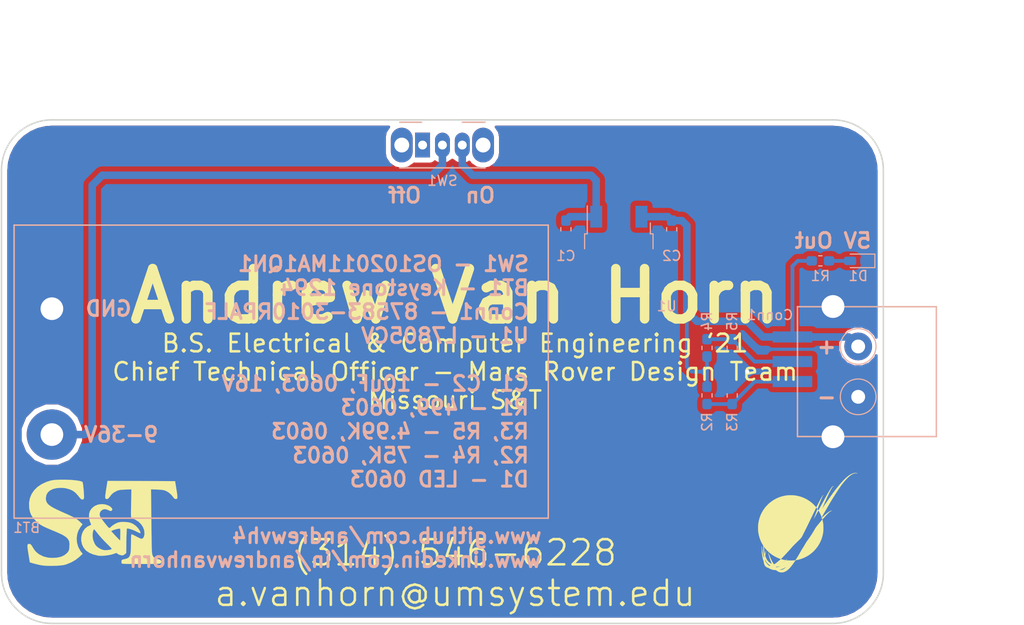
<source format=kicad_pcb>
(kicad_pcb (version 20171130) (host pcbnew "(5.0.2)-1")

  (general
    (thickness 1.6)
    (drawings 23)
    (tracks 51)
    (zones 0)
    (modules 16)
    (nets 9)
  )

  (page A4)
  (layers
    (0 F.Cu signal)
    (31 B.Cu signal)
    (32 B.Adhes user)
    (33 F.Adhes user)
    (34 B.Paste user)
    (35 F.Paste user)
    (36 B.SilkS user)
    (37 F.SilkS user)
    (38 B.Mask user)
    (39 F.Mask user)
    (40 Dwgs.User user)
    (41 Cmts.User user)
    (42 Eco1.User user)
    (43 Eco2.User user)
    (44 Edge.Cuts user)
    (45 Margin user)
    (46 B.CrtYd user)
    (47 F.CrtYd user)
    (48 B.Fab user hide)
    (49 F.Fab user)
  )

  (setup
    (last_trace_width 0.25)
    (user_trace_width 0.381)
    (user_trace_width 0.762)
    (trace_clearance 0.2)
    (zone_clearance 0.508)
    (zone_45_only no)
    (trace_min 0.2)
    (segment_width 0.2)
    (edge_width 0.15)
    (via_size 0.8)
    (via_drill 0.4)
    (via_min_size 0.4)
    (via_min_drill 0.3)
    (uvia_size 0.3)
    (uvia_drill 0.1)
    (uvias_allowed no)
    (uvia_min_size 0.2)
    (uvia_min_drill 0.1)
    (pcb_text_width 0.3)
    (pcb_text_size 1.5 1.5)
    (mod_edge_width 0.15)
    (mod_text_size 1 1)
    (mod_text_width 0.15)
    (pad_size 5.08 5.08)
    (pad_drill 2.286)
    (pad_to_mask_clearance 0.051)
    (solder_mask_min_width 0.25)
    (aux_axis_origin 0 0)
    (visible_elements 7FFFFFFF)
    (pcbplotparams
      (layerselection 0x010fc_ffffffff)
      (usegerberextensions false)
      (usegerberattributes false)
      (usegerberadvancedattributes false)
      (creategerberjobfile false)
      (excludeedgelayer true)
      (linewidth 0.100000)
      (plotframeref false)
      (viasonmask false)
      (mode 1)
      (useauxorigin false)
      (hpglpennumber 1)
      (hpglpenspeed 20)
      (hpglpendiameter 15.000000)
      (psnegative false)
      (psa4output false)
      (plotreference true)
      (plotvalue true)
      (plotinvisibletext false)
      (padsonsilk false)
      (subtractmaskfromsilk false)
      (outputformat 1)
      (mirror false)
      (drillshape 1)
      (scaleselection 1)
      (outputdirectory ""))
  )

  (net 0 "")
  (net 1 +9V)
  (net 2 GND)
  (net 3 "Net-(C1-Pad1)")
  (net 4 +5V)
  (net 5 "Net-(D1-Pad2)")
  (net 6 "Net-(SW1-Pad1)")
  (net 7 "Net-(Conn1-Pad2)")
  (net 8 "Net-(Conn1-Pad3)")

  (net_class Default "This is the default net class."
    (clearance 0.2)
    (trace_width 0.25)
    (via_dia 0.8)
    (via_drill 0.4)
    (uvia_dia 0.3)
    (uvia_drill 0.1)
    (add_net +5V)
    (add_net +9V)
    (add_net GND)
    (add_net "Net-(C1-Pad1)")
    (add_net "Net-(Conn1-Pad2)")
    (add_net "Net-(Conn1-Pad3)")
    (add_net "Net-(D1-Pad2)")
    (add_net "Net-(SW1-Pad1)")
  )

  (module TestPoint:TestPoint_Loop_D3.50mm_Drill1.4mm_Beaded (layer B.Cu) (tedit 5D39185F) (tstamp 5D524006)
    (at 187.96 78.74)
    (descr "wire loop with bead as test point, loop diameter 3.5mm, hole diameter 1.4mm")
    (tags "test point wire loop bead")
    (fp_text reference REF** (at 0.7 -2.5) (layer B.SilkS) hide
      (effects (font (size 1 1) (thickness 0.15)) (justify mirror))
    )
    (fp_text value TestPoint_Loop_D3.50mm_Drill1.4mm_Beaded (at 0 2.8) (layer B.Fab)
      (effects (font (size 1 1) (thickness 0.15)) (justify mirror))
    )
    (fp_line (start -1.6 0.3) (end -1.6 -0.3) (layer B.Fab) (width 0.12))
    (fp_line (start -1.6 -0.3) (end 1.6 -0.3) (layer B.Fab) (width 0.12))
    (fp_line (start 1.6 -0.3) (end 1.6 0.3) (layer B.Fab) (width 0.12))
    (fp_line (start 1.6 0.3) (end -1.6 0.3) (layer B.Fab) (width 0.12))
    (fp_circle (center 0 0) (end 2.1 0) (layer B.CrtYd) (width 0.05))
    (fp_circle (center 0 0) (end 1.8 0) (layer B.SilkS) (width 0.12))
    (fp_circle (center 0 0) (end 1.5 0) (layer B.Fab) (width 0.12))
    (fp_text user %R (at 0.7 -2.5) (layer B.Fab)
      (effects (font (size 1 1) (thickness 0.15)) (justify mirror))
    )
    (pad 1 thru_hole circle (at 0 0) (size 2.8 2.8) (drill 1.4) (layers *.Cu *.Mask)
      (net 2 GND))
    (model ${KISYS3DMOD}/TestPoint.3dshapes/TestPoint_Loop_D3.50mm_Drill1.4mm_Beaded.wrl
      (at (xyz 0 0 0))
      (scale (xyz 1 1 1))
      (rotate (xyz 0 0 0))
    )
  )

  (module "ProjectLibrary:9V Battery Holder_36-1294-ND" (layer B.Cu) (tedit 5D391D52) (tstamp 5D521E15)
    (at 106.68 76.2)
    (path /5D38F273)
    (fp_text reference BT1 (at -2.54 15.748) (layer B.SilkS)
      (effects (font (size 1 1) (thickness 0.15)) (justify mirror))
    )
    (fp_text value Battery (at 0 0.5) (layer B.Fab)
      (effects (font (size 1 1) (thickness 0.15)) (justify mirror))
    )
    (fp_line (start -3.81 14.7828) (end 50.038 14.7828) (layer B.SilkS) (width 0.15))
    (fp_line (start -3.81 -14.7828) (end 50.038 -14.7828) (layer B.SilkS) (width 0.15))
    (fp_line (start -3.81 14.7828) (end -3.81 -14.7828) (layer B.SilkS) (width 0.15))
    (fp_line (start 50.038 14.7828) (end 50.038 -14.7828) (layer B.SilkS) (width 0.15))
    (pad 1 thru_hole circle (at 0 6.35) (size 5.08 5.08) (drill 2.286) (layers *.Cu *.Mask)
      (net 1 +9V))
    (pad 2 thru_hole circle (at 0 -6.35) (size 5.08 5.08) (drill 2.286) (layers *.Cu *.Mask)
      (net 2 GND))
  )

  (module MRDT_Silkscreens:0_MRDT_Logo_10mm (layer F.Cu) (tedit 5AA4CEEB) (tstamp 5D026EF6)
    (at 182.88 91.44)
    (tags "Logo, MRDT")
    (fp_text reference G*** (at -1.143 6.4008) (layer Dwgs.User) hide
      (effects (font (size 0.2 0.2) (thickness 0.05)))
    )
    (fp_text value LOGO (at -1.5494 -4.572) (layer Dwgs.User) hide
      (effects (font (size 0.2 0.2) (thickness 0.05)))
    )
    (fp_poly (pts (xy 1.564354 -2.774975) (xy 1.559097 -2.762874) (xy 1.542 -2.737133) (xy 1.53219 -2.723244)
      (xy 1.51384 -2.696158) (xy 1.495861 -2.666427) (xy 1.477125 -2.631675) (xy 1.456503 -2.589523)
      (xy 1.432868 -2.537594) (xy 1.405091 -2.473511) (xy 1.372043 -2.394895) (xy 1.342622 -2.323756)
      (xy 1.3176 -2.26233) (xy 1.28674 -2.185556) (xy 1.251379 -2.096839) (xy 1.212855 -1.999585)
      (xy 1.172506 -1.897199) (xy 1.13167 -1.793085) (xy 1.091686 -1.690648) (xy 1.053891 -1.593294)
      (xy 1.019623 -1.504428) (xy 0.99022 -1.427455) (xy 0.984369 -1.412012) (xy 0.973532 -1.383352)
      (xy 0.91722 -1.460461) (xy 0.892322 -1.492699) (xy 0.871298 -1.5165) (xy 0.857057 -1.528745)
      (xy 0.853006 -1.529279) (xy 0.847388 -1.51903) (xy 0.833808 -1.492212) (xy 0.813013 -1.450351)
      (xy 0.785749 -1.394972) (xy 0.752761 -1.327599) (xy 0.714796 -1.249757) (xy 0.672599 -1.162971)
      (xy 0.626917 -1.068767) (xy 0.578495 -0.968668) (xy 0.559172 -0.928656) (xy 0.447921 -0.698325)
      (xy 0.344687 -0.484881) (xy 0.24886 -0.287075) (xy 0.159831 -0.103663) (xy 0.07699 0.066603)
      (xy -0.000273 0.224968) (xy -0.072566 0.372678) (xy -0.1405 0.51098) (xy -0.204684 0.64112)
      (xy -0.265727 0.764344) (xy -0.324239 0.881899) (xy -0.38083 0.99503) (xy -0.413042 1.05917)
      (xy -0.456701 1.146492) (xy -0.493982 1.221559) (xy -0.52621 1.286093) (xy -0.554713 1.34182)
      (xy -0.580815 1.390462) (xy -0.605842 1.433744) (xy -0.631121 1.473388) (xy -0.657978 1.511118)
      (xy -0.687737 1.548659) (xy -0.721726 1.587733) (xy -0.76127 1.630065) (xy -0.807695 1.677378)
      (xy -0.862326 1.731396) (xy -0.92649 1.793842) (xy -1.001513 1.86644) (xy -1.08872 1.950913)
      (xy -1.129446 1.990491) (xy -1.202905 2.062369) (xy -1.274772 2.133443) (xy -1.343174 2.201806)
      (xy -1.406234 2.265553) (xy -1.462077 2.322777) (xy -1.508829 2.371572) (xy -1.544614 2.410031)
      (xy -1.565443 2.433693) (xy -1.622094 2.500302) (xy -1.690788 2.579063) (xy -1.769518 2.667789)
      (xy -1.856275 2.764292) (xy -1.949048 2.866383) (xy -2.04583 2.971873) (xy -2.14461 3.078576)
      (xy -2.24338 3.184303) (xy -2.340131 3.286865) (xy -2.432854 3.384074) (xy -2.519539 3.473743)
      (xy -2.533723 3.488276) (xy -2.581697 3.537495) (xy -2.624532 3.581708) (xy -2.660376 3.618984)
      (xy -2.687379 3.64739) (xy -2.703689 3.664992) (xy -2.707784 3.67001) (xy -2.695444 3.674406)
      (xy -2.667486 3.68245) (xy -2.627823 3.693143) (xy -2.580373 3.705487) (xy -2.529049 3.718484)
      (xy -2.477768 3.731137) (xy -2.430444 3.742446) (xy -2.390993 3.751415) (xy -2.375752 3.754646)
      (xy -2.311275 3.766804) (xy -2.264416 3.773207) (xy -2.233594 3.773973) (xy -2.217227 3.769219)
      (xy -2.214803 3.766583) (xy -2.205211 3.757119) (xy -2.183508 3.738312) (xy -2.153335 3.713264)
      (xy -2.131384 3.69549) (xy -2.053083 3.632677) (xy -2.211543 3.782133) (xy -2.177491 3.788227)
      (xy -2.117134 3.796957) (xy -2.044792 3.804029) (xy -1.963206 3.809462) (xy -1.875118 3.813277)
      (xy -1.783267 3.815494) (xy -1.690396 3.816133) (xy -1.599244 3.815214) (xy -1.512554 3.812757)
      (xy -1.433066 3.808782) (xy -1.363521 3.80331) (xy -1.306661 3.796359) (xy -1.265226 3.787951)
      (xy -1.247273 3.781418) (xy -1.235793 3.769573) (xy -1.215475 3.742044) (xy -1.1874 3.700607)
      (xy -1.152653 3.647034) (xy -1.112315 3.583098) (xy -1.067469 3.510575) (xy -1.019198 3.431236)
      (xy -0.968584 3.346857) (xy -0.91671 3.25921) (xy -0.86466 3.170069) (xy -0.813514 3.081208)
      (xy -0.764357 2.994401) (xy -0.737687 2.946601) (xy -0.695366 2.871587) (xy -0.649914 2.79327)
      (xy -0.603979 2.716062) (xy -0.560212 2.644374) (xy -0.521262 2.582618) (xy -0.496498 2.54502)
      (xy -0.459447 2.488446) (xy -0.416418 2.419712) (xy -0.370798 2.344417) (xy -0.325975 2.268161)
      (xy -0.285337 2.196546) (xy -0.281271 2.189199) (xy -0.231378 2.101052) (xy -0.182314 2.019585)
      (xy -0.130552 1.939318) (xy -0.072562 1.854778) (xy -0.006299 1.762519) (xy 0.135597 1.564263)
      (xy 0.269685 1.368387) (xy 0.399082 1.170061) (xy 0.526904 0.964452) (xy 0.656269 0.746732)
      (xy 0.716383 0.64253) (xy 0.752454 0.580546) (xy 0.785279 0.527042) (xy 0.817815 0.477826)
      (xy 0.853021 0.428706) (xy 0.893857 0.375488) (xy 0.94328 0.313981) (xy 0.978523 0.271068)
      (xy 1.027164 0.212066) (xy 1.075546 0.153214) (xy 1.120927 0.09786) (xy 1.160562 0.049355)
      (xy 1.191709 0.011046) (xy 1.204674 -0.005019) (xy 1.235876 -0.043457) (xy 1.275381 -0.091519)
      (xy 1.318496 -0.143527) (xy 1.360528 -0.193799) (xy 1.367477 -0.20206) (xy 1.4017 -0.243499)
      (xy 1.430739 -0.280185) (xy 1.452326 -0.30913) (xy 1.464192 -0.327349) (xy 1.465771 -0.331492)
      (xy 1.463093 -0.346568) (xy 1.456201 -0.373967) (xy 1.44681 -0.407787) (xy 1.436635 -0.442129)
      (xy 1.427392 -0.471089) (xy 1.420794 -0.488769) (xy 1.419329 -0.49131) (xy 1.410563 -0.487245)
      (xy 1.391725 -0.472326) (xy 1.368364 -0.451152) (xy 1.345194 -0.430274) (xy 1.334348 -0.423355)
      (xy 1.336451 -0.430786) (xy 1.337004 -0.431699) (xy 1.351041 -0.456105) (xy 1.368309 -0.48816)
      (xy 1.375121 -0.501334) (xy 1.388822 -0.527086) (xy 1.397224 -0.537086) (xy 1.40384 -0.533624)
      (xy 1.409604 -0.52383) (xy 1.415007 -0.515616) (xy 1.421831 -0.512801) (xy 1.432657 -0.516999)
      (xy 1.450065 -0.529823) (xy 1.476635 -0.552889) (xy 1.51495 -0.587808) (xy 1.521391 -0.593729)
      (xy 1.635022 -0.697327) (xy 1.736253 -0.787678) (xy 1.826579 -0.86603) (xy 1.907496 -0.93363)
      (xy 1.9805 -0.991725) (xy 2.047087 -1.041563) (xy 2.108751 -1.084391) (xy 2.113321 -1.087423)
      (xy 2.195052 -1.13803) (xy 2.264989 -1.174055) (xy 2.322784 -1.195374) (xy 2.36809 -1.201863)
      (xy 2.400559 -1.193399) (xy 2.404467 -1.190704) (xy 2.415184 -1.181317) (xy 2.413189 -1.176733)
      (xy 2.395573 -1.175164) (xy 2.378824 -1.174943) (xy 2.334065 -1.168305) (xy 2.289657 -1.147062)
      (xy 2.287679 -1.145818) (xy 2.252515 -1.120973) (xy 2.206972 -1.085047) (xy 2.154749 -1.041276)
      (xy 2.099548 -0.992893) (xy 2.045067 -0.943135) (xy 1.995009 -0.895236) (xy 1.957708 -0.857354)
      (xy 1.926729 -0.824332) (xy 1.887486 -0.781996) (xy 1.842037 -0.732615) (xy 1.792444 -0.678459)
      (xy 1.740765 -0.621797) (xy 1.689062 -0.564899) (xy 1.639394 -0.510034) (xy 1.593821 -0.459472)
      (xy 1.554403 -0.415482) (xy 1.5232 -0.380334) (xy 1.502272 -0.356298) (xy 1.495407 -0.34803)
      (xy 1.473279 -0.319899) (xy 1.500433 -0.197597) (xy 1.522739 -0.091369) (xy 1.540083 0.00585)
      (xy 1.553121 0.099735) (xy 1.56251 0.195962) (xy 1.568907 0.300207) (xy 1.572967 0.418146)
      (xy 1.573309 0.432675) (xy 1.574568 0.595888) (xy 1.570193 0.744876) (xy 1.559664 0.88483)
      (xy 1.542461 1.020942) (xy 1.518064 1.158404) (xy 1.486284 1.301041) (xy 1.416789 1.545762)
      (xy 1.328933 1.783227) (xy 1.223423 2.01247) (xy 1.100968 2.232526) (xy 0.962273 2.442433)
      (xy 0.808045 2.641224) (xy 0.638992 2.827935) (xy 0.455821 3.001601) (xy 0.259239 3.161259)
      (xy 0.049953 3.305943) (xy -0.011095 3.343801) (xy -0.219444 3.459464) (xy -0.437391 3.56064)
      (xy -0.661596 3.646073) (xy -0.888721 3.714505) (xy -1.115425 3.764676) (xy -1.139486 3.768905)
      (xy -1.192261 3.779648) (xy -1.226313 3.790727) (xy -1.242738 3.80221) (xy -1.251845 3.815197)
      (xy -1.270607 3.842248) (xy -1.297307 3.880878) (xy -1.330229 3.928602) (xy -1.367656 3.982934)
      (xy -1.397187 4.02585) (xy -1.507362 4.182266) (xy -1.611006 4.321379) (xy -1.709249 4.444447)
      (xy -1.803221 4.552726) (xy -1.894053 4.647474) (xy -1.982875 4.729947) (xy -2.070818 4.801404)
      (xy -2.137188 4.84873) (xy -2.195682 4.884445) (xy -2.263022 4.919842) (xy -2.332819 4.951965)
      (xy -2.398685 4.977856) (xy -2.450157 4.993591) (xy -2.532488 5.008208) (xy -2.621579 5.014709)
      (xy -2.708677 5.012792) (xy -2.772848 5.004657) (xy -2.891821 4.97191) (xy -3.005845 4.91974)
      (xy -3.114766 4.848223) (xy -3.15247 4.817949) (xy -3.181573 4.795286) (xy -3.205262 4.783522)
      (xy -3.232195 4.779231) (xy -3.251338 4.778815) (xy -3.385879 4.770929) (xy -3.522396 4.748158)
      (xy -3.554863 4.739346) (xy -2.812916 4.739346) (xy -2.799017 4.748064) (xy -2.785968 4.752139)
      (xy -2.766926 4.75433) (xy -2.73399 4.755403) (xy -2.693323 4.7552) (xy -2.680553 4.754867)
      (xy -2.621989 4.750639) (xy -2.573665 4.740911) (xy -2.532181 4.726401) (xy -2.464318 4.695416)
      (xy -2.403586 4.659932) (xy -2.344569 4.616231) (xy -2.281854 4.560593) (xy -2.25962 4.539172)
      (xy -2.226809 4.506486) (xy -2.202422 4.481051) (xy -2.188264 4.464852) (xy -2.186144 4.459874)
      (xy -2.188616 4.461173) (xy -2.292384 4.525621) (xy -2.382045 4.577015) (xy -2.458363 4.615793)
      (xy -2.462016 4.617489) (xy -2.515893 4.640581) (xy -2.577598 4.66418) (xy -2.641549 4.686408)
      (xy -2.702165 4.705389) (xy -2.753864 4.719245) (xy -2.781073 4.724782) (xy -2.806898 4.731379)
      (xy -2.812916 4.739346) (xy -3.554863 4.739346) (xy -3.656263 4.711825) (xy -3.782856 4.663258)
      (xy -3.897547 4.603782) (xy -3.927437 4.585001) (xy -3.962009 4.564886) (xy -3.99599 4.549252)
      (xy -4.01581 4.542995) (xy -4.041951 4.535229) (xy -4.078692 4.521201) (xy -4.118726 4.503733)
      (xy -4.124565 4.500989) (xy -4.204877 4.451914) (xy -4.205007 4.451792) (xy -3.227331 4.451792)
      (xy -3.224001 4.459751) (xy -3.214616 4.470513) (xy -3.212402 4.472871) (xy -3.199842 4.485256)
      (xy -3.18736 4.492914) (xy -3.171073 4.49596) (xy -3.1471 4.494512) (xy -3.111557 4.488688)
      (xy -3.060562 4.478604) (xy -3.05563 4.477603) (xy -3.014604 4.468455) (xy -2.967602 4.456687)
      (xy -2.918259 4.443374) (xy -2.870207 4.42959) (xy -2.827081 4.41641) (xy -2.792515 4.404909)
      (xy -2.770141 4.396161) (xy -2.763594 4.391241) (xy -2.763602 4.391234) (xy -2.77446 4.391192)
      (xy -2.800269 4.39424) (xy -2.836243 4.39977) (xy -2.851565 4.402392) (xy -2.895364 4.409056)
      (xy -2.951827 4.416162) (xy -3.013583 4.422848) (xy -3.071747 4.428133) (xy -3.133583 4.433179)
      (xy -3.177733 4.437329) (xy -3.206523 4.44132) (xy -3.222281 4.445895) (xy -3.227331 4.451792)
      (xy -4.205007 4.451792) (xy -4.274513 4.386567) (xy -4.332803 4.306088) (xy -4.379072 4.211614)
      (xy -4.412651 4.104284) (xy -4.432866 3.985236) (xy -4.433683 3.977307) (xy -4.440747 3.934136)
      (xy -4.453153 3.882945) (xy -4.46834 3.83417) (xy -4.469821 3.830079) (xy -4.509118 3.709128)
      (xy -4.514174 3.689526) (xy -4.318536 3.689526) (xy -4.314156 3.761336) (xy -4.309719 3.805065)
      (xy -4.300683 3.840917) (xy -4.284158 3.878429) (xy -4.271574 3.901889) (xy -4.186145 4.04007)
      (xy -4.093391 4.160106) (xy -3.992675 4.262786) (xy -3.950553 4.298741) (xy -3.890316 4.34754)
      (xy -3.825059 4.341318) (xy -3.791067 4.337561) (xy -3.765987 4.333824) (xy -3.755619 4.331065)
      (xy -3.753468 4.328362) (xy -3.755384 4.324798) (xy -3.764524 4.318137) (xy -3.784042 4.306146)
      (xy -3.817097 4.286588) (xy -3.825059 4.281897) (xy -3.934784 4.207962) (xy -4.033309 4.121508)
      (xy -4.122237 4.020746) (xy -4.203172 3.903886) (xy -4.268634 3.787142) (xy -4.318536 3.689526)
      (xy -4.514174 3.689526) (xy -4.544832 3.570671) (xy -4.576481 3.417038) (xy -4.603582 3.250562)
      (xy -4.624729 3.082135) (xy -4.629342 3.029569) (xy -4.633212 2.965612) (xy -4.636319 2.89331)
      (xy -4.63864 2.815708) (xy -4.640155 2.735852) (xy -4.640842 2.656788) (xy -4.64068 2.581562)
      (xy -4.639648 2.513219) (xy -4.637724 2.454806) (xy -4.634887 2.409367) (xy -4.631115 2.379949)
      (xy -4.629686 2.374348) (xy -4.624152 2.359161) (xy -4.621077 2.358391) (xy -4.619598 2.374069)
      (xy -4.618987 2.399447) (xy -4.615728 2.479211) (xy -4.608703 2.573932) (xy -4.598506 2.678968)
      (xy -4.58573 2.789675) (xy -4.57097 2.901411) (xy -4.554819 3.009534) (xy -4.537871 3.109399)
      (xy -4.520719 3.196365) (xy -4.512415 3.232886) (xy -4.497075 3.29403) (xy -4.480817 3.354333)
      (xy -4.464569 3.410813) (xy -4.449258 3.460483) (xy -4.435815 3.50036) (xy -4.425167 3.527459)
      (xy -4.418244 3.538795) (xy -4.417222 3.538829) (xy -4.408001 3.522577) (xy -4.403391 3.490652)
      (xy -4.403386 3.44692) (xy -4.407979 3.39525) (xy -4.417162 3.339507) (xy -4.417608 3.337326)
      (xy -4.432151 3.2625) (xy -4.443968 3.19088) (xy -4.45334 3.119058) (xy -4.460545 3.043627)
      (xy -4.465863 2.961177) (xy -4.469574 2.868301) (xy -4.471958 2.761588) (xy -4.473125 2.660475)
      (xy -4.47469 2.464956) (xy -4.4169 2.464956) (xy -4.415935 2.503967) (xy -4.413944 2.55254)
      (xy -4.4111 2.607191) (xy -4.407577 2.664434) (xy -4.403552 2.720784) (xy -4.399198 2.772755)
      (xy -4.396433 2.801028) (xy -4.390856 2.848152) (xy -4.383446 2.902187) (xy -4.374862 2.959193)
      (xy -4.365763 3.015228) (xy -4.356809 3.066349) (xy -4.348659 3.108616) (xy -4.341971 3.138086)
      (xy -4.338106 3.14982) (xy -4.332685 3.145742) (xy -4.322743 3.125633) (xy -4.309636 3.09266)
      (xy -4.294724 3.04999) (xy -4.29289 3.044405) (xy -4.270303 2.97705) (xy -4.250105 2.920489)
      (xy -4.233059 2.876646) (xy -4.21993 2.847443) (xy -4.211481 2.834805) (xy -4.209614 2.834786)
      (xy -4.209952 2.845656) (xy -4.213951 2.872247) (xy -4.220949 2.910672) (xy -4.230283 2.957042)
      (xy -4.231223 2.961514) (xy -4.244042 3.02481) (xy -4.257695 3.096433) (xy -4.270196 3.165785)
      (xy -4.276628 3.203791) (xy -4.296173 3.323591) (xy -4.265665 3.411183) (xy -4.240137 3.478352)
      (xy -4.20857 3.552006) (xy -4.173624 3.626616) (xy -4.137955 3.696649) (xy -4.104223 3.756572)
      (xy -4.085391 3.786304) (xy -4.037517 3.84971) (xy -3.979419 3.915028) (xy -3.917187 3.975937)
      (xy -3.856906 4.026117) (xy -3.848554 4.032224) (xy -3.818169 4.052204) (xy -3.780751 4.074218)
      (xy -3.74031 4.096237) (xy -3.700856 4.116235) (xy -3.666397 4.132183) (xy -3.640945 4.142054)
      (xy -3.628507 4.143821) (xy -3.628263 4.143626) (xy -3.630111 4.133188) (xy -3.638792 4.109359)
      (xy -3.65254 4.07689) (xy -3.655595 4.070103) (xy -3.685235 4.001892) (xy -3.718578 3.920243)
      (xy -3.753441 3.830917) (xy -3.787641 3.739672) (xy -3.818994 3.652268) (xy -3.84532 3.574465)
      (xy -3.854995 3.543953) (xy -3.871726 3.488029) (xy -3.889778 3.424822) (xy -3.908338 3.357489)
      (xy -3.926594 3.289185) (xy -3.943734 3.223066) (xy -3.958945 3.162286) (xy -3.971415 3.110002)
      (xy -3.980331 3.06937) (xy -3.984882 3.043544) (xy -3.985295 3.037821) (xy -3.981634 3.041668)
      (xy -3.971424 3.062189) (xy -3.955526 3.097399) (xy -3.934804 3.145311) (xy -3.910121 3.203941)
      (xy -3.882341 3.271301) (xy -3.861312 3.323083) (xy -3.817224 3.431436) (xy -3.77846 3.524463)
      (xy -3.743384 3.605671) (xy -3.710357 3.678567) (xy -3.677743 3.746659) (xy -3.643904 3.813454)
      (xy -3.607203 3.882459) (xy -3.566001 3.957181) (xy -3.56155 3.96514) (xy -3.521507 4.036135)
      (xy -3.489567 4.091301) (xy -3.464403 4.132534) (xy -3.444687 4.161731) (xy -3.429092 4.180788)
      (xy -3.41629 4.191604) (xy -3.404953 4.196074) (xy -3.399603 4.196522) (xy -3.381407 4.191174)
      (xy -3.351425 4.176741) (xy -3.314331 4.155636) (xy -3.286449 4.138063) (xy -3.245526 4.109906)
      (xy -3.194844 4.0731) (xy -3.140065 4.031858) (xy -3.086852 3.990393) (xy -3.072011 3.978516)
      (xy -3.062388 3.970633) (xy -2.479762 3.970633) (xy -2.474743 3.975653) (xy -2.469723 3.970633)
      (xy -2.474743 3.965613) (xy -2.479762 3.970633) (xy -3.062388 3.970633) (xy -3.052026 3.962145)
      (xy -2.459683 3.962145) (xy -2.452009 3.960243) (xy -2.429069 3.945534) (xy -2.390989 3.918106)
      (xy -2.337893 3.878046) (xy -2.310967 3.857337) (xy -2.277157 3.830481) (xy -2.250852 3.808167)
      (xy -2.235142 3.793107) (xy -2.232206 3.788163) (xy -2.241049 3.792416) (xy -2.262076 3.806606)
      (xy -2.291823 3.828082) (xy -2.326829 3.854196) (xy -2.36363 3.8823) (xy -2.398764 3.909746)
      (xy -2.428768 3.933885) (xy -2.450178 3.952068) (xy -2.459533 3.961647) (xy -2.459683 3.962145)
      (xy -3.052026 3.962145) (xy -3.028799 3.943119) (xy -2.981355 3.903302) (xy -2.931978 3.861099)
      (xy -2.882967 3.818547) (xy -2.836621 3.777681) (xy -2.795237 3.740537) (xy -2.761116 3.709151)
      (xy -2.736556 3.685558) (xy -2.723855 3.671794) (xy -2.722707 3.669191) (xy -2.732749 3.664791)
      (xy -2.757918 3.654955) (xy -2.79447 3.641119) (xy -2.838663 3.624716) (xy -2.840921 3.623885)
      (xy -3.074754 3.527659) (xy -3.300478 3.414228) (xy -3.516738 3.284596) (xy -3.722178 3.139764)
      (xy -3.915442 2.980735) (xy -4.095175 2.808509) (xy -4.260021 2.62409) (xy -4.35169 2.507372)
      (xy -4.377041 2.4741) (xy -4.39795 2.447929) (xy -4.411564 2.432361) (xy -4.415048 2.429566)
      (xy -4.416662 2.438994) (xy -4.4169 2.464956) (xy -4.47469 2.464956) (xy -4.475737 2.33419)
      (xy -4.542863 2.223755) (xy -4.665386 2.00302) (xy -4.769994 1.7734) (xy -4.856726 1.534785)
      (xy -4.925617 1.287064) (xy -4.976705 1.030124) (xy -5.000926 0.85336) (xy -5.005606 0.79745)
      (xy -5.009077 0.726085) (xy -5.011338 0.643853) (xy -5.012389 0.555343) (xy -5.01223 0.465142)
      (xy -5.010861 0.377838) (xy -5.008282 0.298019) (xy -5.004493 0.230274) (xy -5.000926 0.190751)
      (xy -4.961531 -0.072905) (xy -4.90407 -0.327807) (xy -4.828524 -0.573997) (xy -4.734874 -0.811524)
      (xy -4.623103 -1.040432) (xy -4.49319 -1.260766) (xy -4.345118 -1.472573) (xy -4.287889 -1.546087)
      (xy -4.236779 -1.606977) (xy -4.174521 -1.676427) (xy -4.105338 -1.750078) (xy -4.033452 -1.823568)
      (xy -3.963085 -1.892537) (xy -3.89846 -1.952624) (xy -3.870237 -1.977444) (xy -3.668321 -2.137723)
      (xy -3.456021 -2.280968) (xy -3.234097 -2.406849) (xy -3.003311 -2.515034) (xy -2.764425 -2.60519)
      (xy -2.5182 -2.676986) (xy -2.265398 -2.73009) (xy -2.083201 -2.756165) (xy -2.008488 -2.762925)
      (xy -1.91943 -2.767918) (xy -1.821239 -2.771104) (xy -1.719126 -2.772443) (xy -1.618303 -2.771893)
      (xy -1.523981 -2.769416) (xy -1.441372 -2.76497) (xy -1.400513 -2.761436) (xy -1.140519 -2.725031)
      (xy -0.888606 -2.670269) (xy -0.644561 -2.597063) (xy -0.40817 -2.505324) (xy -0.179218 -2.394963)
      (xy 0.042508 -2.265893) (xy 0.257222 -2.118024) (xy 0.371463 -2.029411) (xy 0.415285 -1.992298)
      (xy 0.467555 -1.945266) (xy 0.525226 -1.89132) (xy 0.585251 -1.833464) (xy 0.644584 -1.774706)
      (xy 0.700179 -1.718049) (xy 0.748989 -1.6665) (xy 0.787968 -1.623064) (xy 0.808182 -1.598569)
      (xy 0.829422 -1.572109) (xy 0.845755 -1.553373) (xy 0.85336 -1.546601) (xy 0.858913 -1.555159)
      (xy 0.872348 -1.579577) (xy 0.89257 -1.617756) (xy 0.918484 -1.667594) (xy 0.948997 -1.726994)
      (xy 0.983011 -1.793853) (xy 1.006248 -1.839854) (xy 1.078294 -1.981407) (xy 1.147583 -2.114642)
      (xy 1.213514 -2.23852) (xy 1.275487 -2.352003) (xy 1.332901 -2.454052) (xy 1.385157 -2.543628)
      (xy 1.431654 -2.619692) (xy 1.471791 -2.681205) (xy 1.504969 -2.727128) (xy 1.530586 -2.756422)
      (xy 1.540668 -2.764704) (xy 1.558102 -2.775047) (xy 1.564354 -2.774975)) (layer F.SilkS) (width 0.01))
    (fp_poly (pts (xy 0.622451 -0.41664) (xy 0.617431 -0.41162) (xy 0.612411 -0.41664) (xy 0.617431 -0.42166)
      (xy 0.622451 -0.41664)) (layer F.SilkS) (width 0.01))
    (fp_poly (pts (xy 4.854611 -5.013231) (xy 4.920325 -5.003753) (xy 4.97383 -4.988198) (xy 4.981991 -4.984665)
      (xy 5.014743 -4.969487) (xy 4.984625 -4.974582) (xy 4.879801 -4.986338) (xy 4.781617 -4.985555)
      (xy 4.694532 -4.972282) (xy 4.690937 -4.971389) (xy 4.589457 -4.938017) (xy 4.483707 -4.88801)
      (xy 4.373329 -4.821074) (xy 4.257959 -4.736916) (xy 4.137239 -4.635242) (xy 4.010807 -4.515759)
      (xy 3.878302 -4.378173) (xy 3.739364 -4.22219) (xy 3.670131 -4.140516) (xy 3.60599 -4.063051)
      (xy 3.544712 -3.98751) (xy 3.485339 -3.912506) (xy 3.426908 -3.836651) (xy 3.36846 -3.758557)
      (xy 3.309035 -3.676836) (xy 3.247672 -3.590099) (xy 3.183412 -3.496958) (xy 3.115293 -3.396026)
      (xy 3.042356 -3.285914) (xy 2.96364 -3.165234) (xy 2.878185 -3.032598) (xy 2.785032 -2.886618)
      (xy 2.683218 -2.725906) (xy 2.597657 -2.590197) (xy 2.402545 -2.275564) (xy 2.214882 -1.96365)
      (xy 2.037685 -1.659492) (xy 1.993089 -1.581225) (xy 1.952787 -1.510511) (xy 1.906095 -1.429181)
      (xy 1.856858 -1.343893) (xy 1.808919 -1.261305) (xy 1.766857 -1.189326) (xy 1.724962 -1.117509)
      (xy 1.679005 -1.037976) (xy 1.632534 -0.956914) (xy 1.589095 -0.880513) (xy 1.552235 -0.814959)
      (xy 1.551056 -0.812844) (xy 1.519267 -0.755907) (xy 1.48911 -0.702074) (xy 1.462591 -0.654912)
      (xy 1.441717 -0.617988) (xy 1.428493 -0.594871) (xy 1.428077 -0.594156) (xy 1.402822 -0.550802)
      (xy 1.363847 -0.654393) (xy 1.343404 -0.705625) (xy 1.317989 -0.764466) (xy 1.288877 -0.828412)
      (xy 1.257341 -0.894963) (xy 1.224658 -0.961618) (xy 1.192103 -1.025874) (xy 1.160949 -1.085232)
      (xy 1.132473 -1.137189) (xy 1.10795 -1.179244) (xy 1.088654 -1.208896) (xy 1.07586 -1.223643)
      (xy 1.073081 -1.224822) (xy 1.066335 -1.216428) (xy 1.051854 -1.193153) (xy 1.031309 -1.157854)
      (xy 1.00637 -1.113391) (xy 0.983609 -1.071719) (xy 0.946856 -1.003926) (xy 0.907446 -0.931693)
      (xy 0.866579 -0.85718) (xy 0.825455 -0.782542) (xy 0.785274 -0.709938) (xy 0.747236 -0.641525)
      (xy 0.712542 -0.579461) (xy 0.682392 -0.525902) (xy 0.657986 -0.483007) (xy 0.640524 -0.452933)
      (xy 0.631207 -0.437837) (xy 0.63035 -0.436719) (xy 0.629653 -0.441126) (xy 0.63499 -0.46092)
      (xy 0.645345 -0.492686) (xy 0.655701 -0.522055) (xy 0.680852 -0.591161) (xy 0.708809 -0.667395)
      (xy 0.738773 -0.748628) (xy 0.769946 -0.832733) (xy 0.801528 -0.91758) (xy 0.83272 -1.001042)
      (xy 0.862723 -1.08099) (xy 0.890739 -1.155295) (xy 0.915966 -1.22183) (xy 0.937608 -1.278465)
      (xy 0.954864 -1.323073) (xy 0.966936 -1.353525) (xy 0.973024 -1.367693) (xy 0.973455 -1.368387)
      (xy 0.981923 -1.364461) (xy 0.997805 -1.346887) (xy 1.018061 -1.319158) (xy 1.023705 -1.31066)
      (xy 1.044646 -1.27971) (xy 1.061714 -1.256671) (xy 1.071855 -1.24561) (xy 1.072899 -1.245188)
      (xy 1.079255 -1.253734) (xy 1.093546 -1.277517) (xy 1.114341 -1.314007) (xy 1.140212 -1.360678)
      (xy 1.16973 -1.415004) (xy 1.184664 -1.442852) (xy 1.219835 -1.508337) (xy 1.261945 -1.586147)
      (xy 1.308151 -1.671069) (xy 1.355615 -1.75789) (xy 1.401494 -1.841398) (xy 1.429343 -1.891834)
      (xy 1.469768 -1.964993) (xy 1.517255 -2.051138) (xy 1.56925 -2.145624) (xy 1.623202 -2.243809)
      (xy 1.676558 -2.341051) (xy 1.726766 -2.432705) (xy 1.744269 -2.464703) (xy 1.82562 -2.6123)
      (xy 1.905524 -2.754978) (xy 1.983118 -2.891284) (xy 2.057536 -3.019767) (xy 2.127911 -3.138974)
      (xy 2.193379 -3.247453) (xy 2.253074 -3.343752) (xy 2.306131 -3.426419) (xy 2.351683 -3.494002)
      (xy 2.386089 -3.541439) (xy 2.434284 -3.599552) (xy 2.477268 -3.641334) (xy 2.514327 -3.666389)
      (xy 2.54475 -3.674317) (xy 2.567825 -3.664722) (xy 2.578547 -3.648895) (xy 2.588486 -3.622077)
      (xy 2.590196 -3.60631) (xy 2.58454 -3.604205) (xy 2.572379 -3.61837) (xy 2.569813 -3.622443)
      (xy 2.55044 -3.645974) (xy 2.53244 -3.65255) (xy 2.532202 -3.652508) (xy 2.513334 -3.640465)
      (xy 2.487203 -3.610392) (xy 2.454126 -3.562853) (xy 2.41442 -3.498412) (xy 2.368404 -3.417631)
      (xy 2.316393 -3.321075) (xy 2.258707 -3.209306) (xy 2.195662 -3.082887) (xy 2.127576 -2.942384)
      (xy 2.103278 -2.891383) (xy 2.079348 -2.840392) (xy 2.050141 -2.777231) (xy 2.016391 -2.703552)
      (xy 1.978833 -2.621007) (xy 1.938202 -2.531248) (xy 1.895233 -2.435927) (xy 1.85066 -2.336698)
      (xy 1.80522 -2.235211) (xy 1.759646 -2.13312) (xy 1.714674 -2.032077) (xy 1.671038 -1.933734)
      (xy 1.629474 -1.839743) (xy 1.590715 -1.751756) (xy 1.555499 -1.671427) (xy 1.524558 -1.600406)
      (xy 1.498628 -1.540347) (xy 1.478444 -1.492901) (xy 1.464741 -1.459721) (xy 1.458254 -1.442459)
      (xy 1.457874 -1.440334) (xy 1.46402 -1.447518) (xy 1.47976 -1.469165) (xy 1.503536 -1.503042)
      (xy 1.533791 -1.546913) (xy 1.568968 -1.598544) (xy 1.596285 -1.638994) (xy 1.641822 -1.706243)
      (xy 1.695733 -1.785152) (xy 1.756643 -1.873755) (xy 1.823175 -1.970085) (xy 1.893953 -2.072176)
      (xy 1.967602 -2.178063) (xy 2.042745 -2.285778) (xy 2.118006 -2.393358) (xy 2.192009 -2.498834)
      (xy 2.263378 -2.600242) (xy 2.330736 -2.695615) (xy 2.392709 -2.782987) (xy 2.447919 -2.860392)
      (xy 2.494991 -2.925865) (xy 2.532548 -2.977438) (xy 2.543143 -2.991778) (xy 2.72641 -3.23547)
      (xy 2.901183 -3.461545) (xy 3.067843 -3.670397) (xy 3.226766 -3.862422) (xy 3.378334 -4.038015)
      (xy 3.522924 -4.197571) (xy 3.660915 -4.341485) (xy 3.792686 -4.470153) (xy 3.918617 -4.583969)
      (xy 4.039087 -4.683329) (xy 4.154473 -4.768627) (xy 4.265156 -4.840259) (xy 4.371514 -4.898621)
      (xy 4.372214 -4.898968) (xy 4.451495 -4.936805) (xy 4.518971 -4.965209) (xy 4.579587 -4.985825)
      (xy 4.638283 -5.000297) (xy 4.700003 -5.010269) (xy 4.710606 -5.011571) (xy 4.7827 -5.016036)
      (xy 4.854611 -5.013231)) (layer F.SilkS) (width 0.01))
  )

  (module MRDT_Silkscreens:1-MST_Logo (layer F.Cu) (tedit 0) (tstamp 5D252D91)
    (at 111.76 91.44)
    (fp_text reference G*** (at 0 0) (layer F.SilkS) hide
      (effects (font (size 1.524 1.524) (thickness 0.3)))
    )
    (fp_text value LOGO (at 0.75 0) (layer F.SilkS) hide
      (effects (font (size 1.524 1.524) (thickness 0.3)))
    )
    (fp_poly (pts (xy -3.633497 -4.337252) (xy -3.263643 -4.321196) (xy -2.912212 -4.295621) (xy -2.594979 -4.26127)
      (xy -2.327719 -4.218888) (xy -2.126206 -4.169217) (xy -2.006215 -4.113) (xy -1.990175 -4.097222)
      (xy -1.966855 -4.023031) (xy -1.940984 -3.869699) (xy -1.914507 -3.659584) (xy -1.889369 -3.415045)
      (xy -1.867516 -3.158441) (xy -1.850893 -2.912131) (xy -1.841444 -2.698473) (xy -1.841116 -2.539827)
      (xy -1.848476 -2.468521) (xy -1.911423 -2.359579) (xy -2.013808 -2.333938) (xy -2.139836 -2.389625)
      (xy -2.271135 -2.521303) (xy -2.489581 -2.794029) (xy -2.678042 -2.997166) (xy -2.85897 -3.148145)
      (xy -3.054818 -3.264399) (xy -3.28804 -3.36336) (xy -3.412302 -3.40728) (xy -3.721571 -3.485015)
      (xy -4.072271 -3.517004) (xy -4.1656 -3.518567) (xy -4.605645 -3.489636) (xy -4.977104 -3.399978)
      (xy -5.275584 -3.252634) (xy -5.496688 -3.050648) (xy -5.636022 -2.797061) (xy -5.689191 -2.494914)
      (xy -5.6896 -2.463801) (xy -5.676176 -2.280175) (xy -5.630267 -2.115789) (xy -5.543417 -1.963709)
      (xy -5.407172 -1.817003) (xy -5.213076 -1.668737) (xy -4.952674 -1.511979) (xy -4.61751 -1.339794)
      (xy -4.19913 -1.145251) (xy -3.943133 -1.031748) (xy -3.545163 -0.855825) (xy -3.227063 -0.710646)
      (xy -2.974725 -0.588341) (xy -2.774042 -0.481043) (xy -2.610906 -0.380884) (xy -2.47121 -0.279996)
      (xy -2.340847 -0.17051) (xy -2.251606 -0.088338) (xy -1.988611 0.160129) (xy -2.189289 0.422964)
      (xy -2.404711 0.785597) (xy -2.535396 1.186323) (xy -2.581883 1.608002) (xy -2.544709 2.033492)
      (xy -2.42441 2.445651) (xy -2.221524 2.827336) (xy -2.109227 2.977578) (xy -1.978855 3.135756)
      (xy -2.319182 3.454115) (xy -2.688845 3.74444) (xy -3.126528 3.995618) (xy -3.601134 4.190828)
      (xy -3.7846 4.246807) (xy -3.995367 4.287487) (xy -4.282331 4.318794) (xy -4.62048 4.340231)
      (xy -4.9848 4.351298) (xy -5.350277 4.351497) (xy -5.691897 4.340329) (xy -5.984647 4.317296)
      (xy -6.1468 4.293901) (xy -6.400994 4.24083) (xy -6.68615 4.173195) (xy -6.914911 4.112681)
      (xy -7.302022 4.002835) (xy -7.44285 3.145645) (xy -7.497697 2.798386) (xy -7.531448 2.53892)
      (xy -7.542661 2.355358) (xy -7.529895 2.235813) (xy -7.49171 2.168396) (xy -7.426663 2.14122)
      (xy -7.333313 2.142396) (xy -7.321376 2.143731) (xy -7.23287 2.177133) (xy -7.144576 2.267067)
      (xy -7.039709 2.431442) (xy -7.021415 2.4638) (xy -6.85043 2.73859) (xy -6.673106 2.948371)
      (xy -6.458608 3.126734) (xy -6.338404 3.207841) (xy -5.941231 3.406595) (xy -5.496149 3.521851)
      (xy -5.035348 3.556) (xy -4.55227 3.525661) (xy -4.146409 3.433458) (xy -3.813053 3.277611)
      (xy -3.547488 3.05634) (xy -3.471211 2.965113) (xy -3.397258 2.856183) (xy -3.351628 2.746488)
      (xy -3.325838 2.604083) (xy -3.311402 2.397024) (xy -3.309621 2.356768) (xy -3.304315 2.134185)
      (xy -3.314572 1.979331) (xy -3.345668 1.85886) (xy -3.402879 1.739421) (xy -3.409014 1.728429)
      (xy -3.51035 1.585581) (xy -3.655139 1.44907) (xy -3.854689 1.311885) (xy -4.120307 1.167017)
      (xy -4.4633 1.007456) (xy -4.805596 0.862633) (xy -5.223738 0.689562) (xy -5.560907 0.545302)
      (xy -5.83094 0.422143) (xy -6.047675 0.312379) (xy -6.224948 0.2083) (xy -6.376597 0.102198)
      (xy -6.516458 -0.013635) (xy -6.65837 -0.146907) (xy -6.710574 -0.19859) (xy -6.973835 -0.490853)
      (xy -7.158917 -0.77357) (xy -7.281083 -1.077084) (xy -7.355597 -1.431738) (xy -7.364536 -1.4986)
      (xy -7.379445 -1.991408) (xy -7.300156 -2.452919) (xy -7.13062 -2.878099) (xy -6.874786 -3.261914)
      (xy -6.536605 -3.599327) (xy -6.120026 -3.885305) (xy -5.628999 -4.114813) (xy -5.207 -4.248753)
      (xy -4.981651 -4.291434) (xy -4.695851 -4.320882) (xy -4.365376 -4.337838) (xy -4.005999 -4.343047)
      (xy -3.633497 -4.337252)) (layer F.SilkS) (width 0.01))
    (fp_poly (pts (xy 3.933387 -4.204055) (xy 7.339377 -4.191) (xy 7.475246 -3.3528) (xy 7.527619 -3.018806)
      (xy 7.560204 -2.771748) (xy 7.571847 -2.598686) (xy 7.561397 -2.48668) (xy 7.527703 -2.422792)
      (xy 7.469611 -2.39408) (xy 7.389323 -2.3876) (xy 7.265891 -2.437636) (xy 7.170142 -2.5527)
      (xy 6.964062 -2.813764) (xy 6.701297 -3.043785) (xy 6.4262 -3.206047) (xy 6.286744 -3.258419)
      (xy 6.129795 -3.29522) (xy 5.930418 -3.320305) (xy 5.66368 -3.337528) (xy 5.542258 -3.342706)
      (xy 4.912317 -3.367106) (xy 4.948468 -0.121453) (xy 4.955894 0.534513) (xy 4.962666 1.096706)
      (xy 4.96909 1.572948) (xy 4.975478 1.971061) (xy 4.982137 2.298866) (xy 4.989377 2.564187)
      (xy 4.997507 2.774845) (xy 5.006836 2.938662) (xy 5.017673 3.06346) (xy 5.030328 3.157061)
      (xy 5.045109 3.227289) (xy 5.062325 3.281963) (xy 5.082286 3.328907) (xy 5.085046 3.334739)
      (xy 5.177448 3.483536) (xy 5.301414 3.58241) (xy 5.483749 3.648173) (xy 5.633958 3.679016)
      (xy 5.821326 3.735438) (xy 5.920836 3.828616) (xy 5.9436 3.93306) (xy 5.941628 3.990957)
      (xy 5.929547 4.038347) (xy 5.898111 4.076281) (xy 5.838073 4.105811) (xy 5.740185 4.12799)
      (xy 5.5952 4.143869) (xy 5.393872 4.154501) (xy 5.126953 4.160938) (xy 4.785195 4.164232)
      (xy 4.359353 4.165435) (xy 3.899845 4.1656) (xy 3.396605 4.165087) (xy 2.985969 4.163329)
      (xy 2.658945 4.159993) (xy 2.406542 4.154747) (xy 2.219767 4.147261) (xy 2.089628 4.137202)
      (xy 2.007134 4.124238) (xy 1.963293 4.108039) (xy 1.950417 4.093691) (xy 1.935366 3.991598)
      (xy 1.939311 3.877791) (xy 1.957292 3.796118) (xy 2.004345 3.744556) (xy 2.105159 3.707407)
      (xy 2.260287 3.673711) (xy 2.44608 3.626633) (xy 2.592327 3.559439) (xy 2.703598 3.460587)
      (xy 2.784465 3.318533) (xy 2.839498 3.121735) (xy 2.873269 2.858651) (xy 2.890348 2.517737)
      (xy 2.895306 2.087452) (xy 2.895316 2.0701) (xy 2.89756 1.718945) (xy 2.904394 1.461271)
      (xy 2.91635 1.289039) (xy 2.933959 1.19421) (xy 2.954924 1.1684) (xy 3.023174 1.191338)
      (xy 3.157138 1.252883) (xy 3.333815 1.342126) (xy 3.437041 1.397) (xy 3.63189 1.497169)
      (xy 3.801584 1.575028) (xy 3.920913 1.619429) (xy 3.954043 1.6256) (xy 4.087392 1.578365)
      (xy 4.186258 1.442134) (xy 4.245719 1.225116) (xy 4.257176 1.120188) (xy 4.232305 0.786421)
      (xy 4.116503 0.460503) (xy 3.92011 0.158486) (xy 3.653465 -0.103581) (xy 3.34044 -0.302957)
      (xy 3.172518 -0.381538) (xy 3.033424 -0.437097) (xy 2.955812 -0.4572) (xy 2.933737 -0.46758)
      (xy 2.916977 -0.505735) (xy 2.905196 -0.582194) (xy 2.898058 -0.707483) (xy 2.895225 -0.892127)
      (xy 2.896361 -1.146655) (xy 2.901128 -1.481593) (xy 2.909191 -1.907466) (xy 2.909276 -1.911711)
      (xy 2.9387 -3.366221) (xy 2.317262 -3.342281) (xy 2.033903 -3.328416) (xy 1.825662 -3.309237)
      (xy 1.666061 -3.280265) (xy 1.528622 -3.237017) (xy 1.419412 -3.190326) (xy 1.147631 -3.039779)
      (xy 0.934675 -2.856848) (xy 0.742221 -2.608369) (xy 0.735864 -2.598801) (xy 0.610243 -2.446095)
      (xy 0.496557 -2.388386) (xy 0.482069 -2.3876) (xy 0.399707 -2.394672) (xy 0.342496 -2.424458)
      (xy 0.309274 -2.489811) (xy 0.298883 -2.603588) (xy 0.310161 -2.778644) (xy 0.34195 -3.027832)
      (xy 0.393088 -3.364009) (xy 0.39364 -3.367516) (xy 0.527397 -4.217109) (xy 3.933387 -4.204055)) (layer F.SilkS) (width 0.01))
    (fp_poly (pts (xy 0.07323 -1.8706) (xy 0.346689 -1.826805) (xy 0.602303 -1.738477) (xy 0.813343 -1.617962)
      (xy 0.953077 -1.477606) (xy 0.964357 -1.459001) (xy 1.011646 -1.356268) (xy 0.998659 -1.288339)
      (xy 0.95253 -1.235559) (xy 0.89379 -1.186656) (xy 0.832143 -1.17799) (xy 0.734862 -1.212034)
      (xy 0.634154 -1.259628) (xy 0.471984 -1.326154) (xy 0.325496 -1.366268) (xy 0.275518 -1.371601)
      (xy 0.059794 -1.327529) (xy -0.114254 -1.209314) (xy -0.22999 -1.037957) (xy -0.270777 -0.834456)
      (xy -0.252275 -0.705384) (xy -0.201836 -0.598085) (xy -0.100939 -0.435734) (xy 0.035422 -0.240988)
      (xy 0.180816 -0.0508) (xy 0.372363 0.190043) (xy 0.511212 0.360883) (xy 0.61 0.469525)
      (xy 0.681363 0.523773) (xy 0.737937 0.531431) (xy 0.792361 0.500303) (xy 0.857268 0.438195)
      (xy 0.901408 0.394249) (xy 1.055482 0.269499) (xy 1.253417 0.141956) (xy 1.397 0.066154)
      (xy 1.565888 -0.005867) (xy 1.717099 -0.048846) (xy 1.888447 -0.069835) (xy 2.117743 -0.075883)
      (xy 2.159 -0.075938) (xy 2.536659 -0.056494) (xy 2.845456 0.007417) (xy 3.111767 0.124883)
      (xy 3.361972 0.304993) (xy 3.424105 0.359965) (xy 3.566639 0.509346) (xy 3.692469 0.674994)
      (xy 3.788722 0.83511) (xy 3.842523 0.967891) (xy 3.841001 1.051536) (xy 3.836082 1.057651)
      (xy 3.780992 1.04905) (xy 3.661244 1.000101) (xy 3.500463 0.920735) (xy 3.46344 0.900995)
      (xy 3.257618 0.800865) (xy 3.03839 0.712128) (xy 2.8282 0.641735) (xy 2.649489 0.596638)
      (xy 2.524699 0.58379) (xy 2.482108 0.597006) (xy 2.470987 0.656474) (xy 2.459845 0.803023)
      (xy 2.449301 1.022134) (xy 2.439973 1.299289) (xy 2.432481 1.619969) (xy 2.428874 1.845981)
      (xy 2.413 3.056963) (xy 2.264122 3.184939) (xy 2.138208 3.271123) (xy 2.008546 3.29415)
      (xy 1.913424 3.285845) (xy 1.740089 3.239927) (xy 1.583524 3.16351) (xy 1.56875 3.15316)
      (xy 1.425897 3.047544) (xy 1.042761 3.176158) (xy 0.794246 3.241692) (xy 0.49635 3.293378)
      (xy 0.183298 3.327756) (xy -0.110684 3.341367) (xy -0.35137 3.330751) (xy -0.4064 3.32263)
      (xy -0.889292 3.205601) (xy -1.284433 3.045839) (xy -1.597313 2.840976) (xy -1.668237 2.777778)
      (xy -1.888419 2.507123) (xy -2.03584 2.196255) (xy -2.112656 1.861636) (xy -2.121024 1.519728)
      (xy -2.087075 1.324708) (xy -0.979989 1.324708) (xy -0.925842 1.728505) (xy -0.774996 2.103867)
      (xy -0.658949 2.288038) (xy -0.522861 2.427403) (xy -0.326321 2.567704) (xy -0.107351 2.684864)
      (xy 0.067664 2.748181) (xy 0.260151 2.772173) (xy 0.497636 2.767909) (xy 0.728477 2.738502)
      (xy 0.871589 2.699768) (xy 0.920572 2.678309) (xy 0.944092 2.651899) (xy 0.934122 2.609165)
      (xy 0.882633 2.538734) (xy 0.781599 2.429234) (xy 0.622992 2.269291) (xy 0.439789 2.088025)
      (xy 0.208129 1.851868) (xy -0.0295 1.59693) (xy -0.248426 1.350468) (xy -0.423977 1.139737)
      (xy -0.4572 1.097131) (xy -0.594991 0.920608) (xy -0.653674 0.84866) (xy 0.899854 0.84866)
      (xy 1.191749 1.17363) (xy 1.349358 1.345789) (xy 1.503202 1.508302) (xy 1.624651 1.631039)
      (xy 1.643522 1.649093) (xy 1.8034 1.799587) (xy 1.817914 1.245958) (xy 1.821721 1.014437)
      (xy 1.820748 0.818035) (xy 1.815367 0.680571) (xy 1.808264 0.629358) (xy 1.772663 0.598534)
      (xy 1.686969 0.597164) (xy 1.530637 0.625839) (xy 1.472697 0.639032) (xy 1.28347 0.689247)
      (xy 1.11637 0.743933) (xy 1.030574 0.780169) (xy 0.899854 0.84866) (xy -0.653674 0.84866)
      (xy -0.710907 0.778491) (xy -0.790895 0.687623) (xy -0.819337 0.663154) (xy -0.870358 0.705438)
      (xy -0.917644 0.824608) (xy -0.955201 0.995976) (xy -0.977032 1.194854) (xy -0.979989 1.324708)
      (xy -2.087075 1.324708) (xy -2.063101 1.186993) (xy -1.941043 0.879893) (xy -1.757008 0.614889)
      (xy -1.513151 0.408444) (xy -1.346567 0.322604) (xy -1.213959 0.26218) (xy -1.131378 0.213215)
      (xy -1.117791 0.196957) (xy -1.136868 0.136383) (xy -1.186043 0.014924) (xy -1.228539 -0.082443)
      (xy -1.314267 -0.366852) (xy -1.340244 -0.678329) (xy -1.306432 -0.978691) (xy -1.229631 -1.198754)
      (xy -1.03366 -1.475906) (xy -0.769348 -1.684994) (xy -0.4491 -1.819621) (xy -0.085319 -1.873392)
      (xy 0.07323 -1.8706)) (layer F.SilkS) (width 0.01))
  )

  (module Capacitor_SMD:C_0603_1608Metric_Pad1.05x0.95mm_HandSolder (layer B.Cu) (tedit 5D391A51) (tstamp 5D521E26)
    (at 158.496 61.835 270)
    (descr "Capacitor SMD 0603 (1608 Metric), square (rectangular) end terminal, IPC_7351 nominal with elongated pad for handsoldering. (Body size source: http://www.tortai-tech.com/upload/download/2011102023233369053.pdf), generated with kicad-footprint-generator")
    (tags "capacitor handsolder")
    (path /5D38F6B4)
    (attr smd)
    (fp_text reference C1 (at 2.681 0) (layer B.SilkS)
      (effects (font (size 1 1) (thickness 0.15)) (justify mirror))
    )
    (fp_text value 10uF (at 0 -1.43 270) (layer B.Fab)
      (effects (font (size 1 1) (thickness 0.15)) (justify mirror))
    )
    (fp_text user %R (at 0 0 270) (layer B.Fab)
      (effects (font (size 0.4 0.4) (thickness 0.06)) (justify mirror))
    )
    (fp_line (start 1.65 -0.73) (end -1.65 -0.73) (layer B.CrtYd) (width 0.05))
    (fp_line (start 1.65 0.73) (end 1.65 -0.73) (layer B.CrtYd) (width 0.05))
    (fp_line (start -1.65 0.73) (end 1.65 0.73) (layer B.CrtYd) (width 0.05))
    (fp_line (start -1.65 -0.73) (end -1.65 0.73) (layer B.CrtYd) (width 0.05))
    (fp_line (start -0.171267 -0.51) (end 0.171267 -0.51) (layer B.SilkS) (width 0.12))
    (fp_line (start -0.171267 0.51) (end 0.171267 0.51) (layer B.SilkS) (width 0.12))
    (fp_line (start 0.8 -0.4) (end -0.8 -0.4) (layer B.Fab) (width 0.1))
    (fp_line (start 0.8 0.4) (end 0.8 -0.4) (layer B.Fab) (width 0.1))
    (fp_line (start -0.8 0.4) (end 0.8 0.4) (layer B.Fab) (width 0.1))
    (fp_line (start -0.8 -0.4) (end -0.8 0.4) (layer B.Fab) (width 0.1))
    (pad 2 smd roundrect (at 0.875 0 270) (size 1.05 0.95) (layers B.Cu B.Paste B.Mask) (roundrect_rratio 0.25)
      (net 2 GND))
    (pad 1 smd roundrect (at -0.875 0 270) (size 1.05 0.95) (layers B.Cu B.Paste B.Mask) (roundrect_rratio 0.25)
      (net 3 "Net-(C1-Pad1)"))
    (model ${KISYS3DMOD}/Capacitor_SMD.3dshapes/C_0603_1608Metric.wrl
      (at (xyz 0 0 0))
      (scale (xyz 1 1 1))
      (rotate (xyz 0 0 0))
    )
  )

  (module Capacitor_SMD:C_0603_1608Metric_Pad1.05x0.95mm_HandSolder (layer B.Cu) (tedit 5B301BBE) (tstamp 5D521E37)
    (at 169.164 61.835 270)
    (descr "Capacitor SMD 0603 (1608 Metric), square (rectangular) end terminal, IPC_7351 nominal with elongated pad for handsoldering. (Body size source: http://www.tortai-tech.com/upload/download/2011102023233369053.pdf), generated with kicad-footprint-generator")
    (tags "capacitor handsolder")
    (path /5D38F701)
    (attr smd)
    (fp_text reference C2 (at 2.681 0) (layer B.SilkS)
      (effects (font (size 1 1) (thickness 0.15)) (justify mirror))
    )
    (fp_text value 10uF (at 0 -1.43 270) (layer B.Fab)
      (effects (font (size 1 1) (thickness 0.15)) (justify mirror))
    )
    (fp_line (start -0.8 -0.4) (end -0.8 0.4) (layer B.Fab) (width 0.1))
    (fp_line (start -0.8 0.4) (end 0.8 0.4) (layer B.Fab) (width 0.1))
    (fp_line (start 0.8 0.4) (end 0.8 -0.4) (layer B.Fab) (width 0.1))
    (fp_line (start 0.8 -0.4) (end -0.8 -0.4) (layer B.Fab) (width 0.1))
    (fp_line (start -0.171267 0.51) (end 0.171267 0.51) (layer B.SilkS) (width 0.12))
    (fp_line (start -0.171267 -0.51) (end 0.171267 -0.51) (layer B.SilkS) (width 0.12))
    (fp_line (start -1.65 -0.73) (end -1.65 0.73) (layer B.CrtYd) (width 0.05))
    (fp_line (start -1.65 0.73) (end 1.65 0.73) (layer B.CrtYd) (width 0.05))
    (fp_line (start 1.65 0.73) (end 1.65 -0.73) (layer B.CrtYd) (width 0.05))
    (fp_line (start 1.65 -0.73) (end -1.65 -0.73) (layer B.CrtYd) (width 0.05))
    (fp_text user %R (at 0 0 270) (layer B.Fab)
      (effects (font (size 0.4 0.4) (thickness 0.06)) (justify mirror))
    )
    (pad 1 smd roundrect (at -0.875 0 270) (size 1.05 0.95) (layers B.Cu B.Paste B.Mask) (roundrect_rratio 0.25)
      (net 4 +5V))
    (pad 2 smd roundrect (at 0.875 0 270) (size 1.05 0.95) (layers B.Cu B.Paste B.Mask) (roundrect_rratio 0.25)
      (net 2 GND))
    (model ${KISYS3DMOD}/Capacitor_SMD.3dshapes/C_0603_1608Metric.wrl
      (at (xyz 0 0 0))
      (scale (xyz 1 1 1))
      (rotate (xyz 0 0 0))
    )
  )

  (module LED_SMD:LED_0603_1608Metric_Castellated (layer B.Cu) (tedit 5B301BBE) (tstamp 5D521E4A)
    (at 187.96 65.024 180)
    (descr "LED SMD 0603 (1608 Metric), castellated end terminal, IPC_7351 nominal, (Body size source: http://www.tortai-tech.com/upload/download/2011102023233369053.pdf), generated with kicad-footprint-generator")
    (tags "LED castellated")
    (path /5D38F45F)
    (attr smd)
    (fp_text reference D1 (at 0 -1.524 180) (layer B.SilkS)
      (effects (font (size 1 1) (thickness 0.15)) (justify mirror))
    )
    (fp_text value LED (at 0 -1.38 180) (layer B.Fab)
      (effects (font (size 1 1) (thickness 0.15)) (justify mirror))
    )
    (fp_text user %R (at 0 0 180) (layer B.Fab)
      (effects (font (size 0.4 0.4) (thickness 0.06)) (justify mirror))
    )
    (fp_line (start 1.68 -0.68) (end -1.68 -0.68) (layer B.CrtYd) (width 0.05))
    (fp_line (start 1.68 0.68) (end 1.68 -0.68) (layer B.CrtYd) (width 0.05))
    (fp_line (start -1.68 0.68) (end 1.68 0.68) (layer B.CrtYd) (width 0.05))
    (fp_line (start -1.68 -0.68) (end -1.68 0.68) (layer B.CrtYd) (width 0.05))
    (fp_line (start -1.685 -0.685) (end 0.8 -0.685) (layer B.SilkS) (width 0.12))
    (fp_line (start -1.685 0.685) (end -1.685 -0.685) (layer B.SilkS) (width 0.12))
    (fp_line (start 0.8 0.685) (end -1.685 0.685) (layer B.SilkS) (width 0.12))
    (fp_line (start 0.8 -0.4) (end 0.8 0.4) (layer B.Fab) (width 0.1))
    (fp_line (start -0.8 -0.4) (end 0.8 -0.4) (layer B.Fab) (width 0.1))
    (fp_line (start -0.8 0.1) (end -0.8 -0.4) (layer B.Fab) (width 0.1))
    (fp_line (start -0.5 0.4) (end -0.8 0.1) (layer B.Fab) (width 0.1))
    (fp_line (start 0.8 0.4) (end -0.5 0.4) (layer B.Fab) (width 0.1))
    (pad 2 smd roundrect (at 0.8125 0 180) (size 1.225 0.85) (layers B.Cu B.Paste B.Mask) (roundrect_rratio 0.25)
      (net 5 "Net-(D1-Pad2)"))
    (pad 1 smd roundrect (at -0.8125 0 180) (size 1.225 0.85) (layers B.Cu B.Paste B.Mask) (roundrect_rratio 0.25)
      (net 2 GND))
    (model ${KISYS3DMOD}/LED_SMD.3dshapes/LED_0603_1608Metric_Castellated.wrl
      (at (xyz 0 0 0))
      (scale (xyz 1 1 1))
      (rotate (xyz 0 0 0))
    )
  )

  (module "ProjectLibrary:USB A Receptacle" (layer B.Cu) (tedit 5D391BF5) (tstamp 5D521E58)
    (at 181.84 76.2 270)
    (path /5D38F3B5)
    (fp_text reference Conn1 (at -5.715 2.77 180) (layer B.SilkS)
      (effects (font (size 1 1) (thickness 0.15)) (justify mirror))
    )
    (fp_text value USB_A (at 6.35 -15.24 270) (layer B.Fab)
      (effects (font (size 1 1) (thickness 0.15)) (justify mirror))
    )
    (fp_line (start 6.55 -14) (end -6.55 -14) (layer B.SilkS) (width 0.15))
    (fp_line (start -6.55 0) (end -6.55 -14) (layer B.SilkS) (width 0.15))
    (fp_line (start 6.55 0) (end 6.55 -14) (layer B.SilkS) (width 0.15))
    (fp_line (start 6.55 0) (end -6.55 0) (layer B.SilkS) (width 0.15))
    (pad 5 thru_hole circle (at -6.57 -3.58 270) (size 4 4) (drill 2.3) (layers *.Cu *.Mask)
      (net 2 GND))
    (pad 5 thru_hole circle (at 6.57 -3.58 270) (size 4 4) (drill 2.3) (layers *.Cu *.Mask)
      (net 2 GND))
    (pad 3 smd rect (at 1 0.508 270) (size 1.12 4) (layers B.Cu B.Paste B.Mask)
      (net 8 "Net-(Conn1-Pad3)"))
    (pad 2 smd rect (at -1.016 0.508 270) (size 1.12 4) (layers B.Cu B.Paste B.Mask)
      (net 7 "Net-(Conn1-Pad2)"))
    (pad 1 smd rect (at -3.5 0.508 270) (size 1.12 4) (layers B.Cu B.Paste B.Mask)
      (net 4 +5V))
    (pad 4 smd rect (at 3.5 0.508 270) (size 1.12 4) (layers B.Cu B.Paste B.Mask)
      (net 2 GND))
  )

  (module Resistor_SMD:R_0603_1608Metric_Pad1.05x0.95mm_HandSolder (layer B.Cu) (tedit 5B301BBD) (tstamp 5D521E69)
    (at 184.15 65.024)
    (descr "Resistor SMD 0603 (1608 Metric), square (rectangular) end terminal, IPC_7351 nominal with elongated pad for handsoldering. (Body size source: http://www.tortai-tech.com/upload/download/2011102023233369053.pdf), generated with kicad-footprint-generator")
    (tags "resistor handsolder")
    (path /5D38F4CF)
    (attr smd)
    (fp_text reference R1 (at 0 1.524) (layer B.SilkS)
      (effects (font (size 1 1) (thickness 0.15)) (justify mirror))
    )
    (fp_text value R (at 0 -1.43) (layer B.Fab)
      (effects (font (size 1 1) (thickness 0.15)) (justify mirror))
    )
    (fp_text user %R (at 0 0) (layer B.Fab)
      (effects (font (size 0.4 0.4) (thickness 0.06)) (justify mirror))
    )
    (fp_line (start 1.65 -0.73) (end -1.65 -0.73) (layer B.CrtYd) (width 0.05))
    (fp_line (start 1.65 0.73) (end 1.65 -0.73) (layer B.CrtYd) (width 0.05))
    (fp_line (start -1.65 0.73) (end 1.65 0.73) (layer B.CrtYd) (width 0.05))
    (fp_line (start -1.65 -0.73) (end -1.65 0.73) (layer B.CrtYd) (width 0.05))
    (fp_line (start -0.171267 -0.51) (end 0.171267 -0.51) (layer B.SilkS) (width 0.12))
    (fp_line (start -0.171267 0.51) (end 0.171267 0.51) (layer B.SilkS) (width 0.12))
    (fp_line (start 0.8 -0.4) (end -0.8 -0.4) (layer B.Fab) (width 0.1))
    (fp_line (start 0.8 0.4) (end 0.8 -0.4) (layer B.Fab) (width 0.1))
    (fp_line (start -0.8 0.4) (end 0.8 0.4) (layer B.Fab) (width 0.1))
    (fp_line (start -0.8 -0.4) (end -0.8 0.4) (layer B.Fab) (width 0.1))
    (pad 2 smd roundrect (at 0.875 0) (size 1.05 0.95) (layers B.Cu B.Paste B.Mask) (roundrect_rratio 0.25)
      (net 5 "Net-(D1-Pad2)"))
    (pad 1 smd roundrect (at -0.875 0) (size 1.05 0.95) (layers B.Cu B.Paste B.Mask) (roundrect_rratio 0.25)
      (net 4 +5V))
    (model ${KISYS3DMOD}/Resistor_SMD.3dshapes/R_0603_1608Metric.wrl
      (at (xyz 0 0 0))
      (scale (xyz 1 1 1))
      (rotate (xyz 0 0 0))
    )
  )

  (module Resistor_SMD:R_0603_1608Metric_Pad1.05x0.95mm_HandSolder (layer B.Cu) (tedit 5B301BBD) (tstamp 5D521E7A)
    (at 172.72 78.599 270)
    (descr "Resistor SMD 0603 (1608 Metric), square (rectangular) end terminal, IPC_7351 nominal with elongated pad for handsoldering. (Body size source: http://www.tortai-tech.com/upload/download/2011102023233369053.pdf), generated with kicad-footprint-generator")
    (tags "resistor handsolder")
    (path /5D38F574)
    (attr smd)
    (fp_text reference R2 (at 2.681 0 270) (layer B.SilkS)
      (effects (font (size 1 1) (thickness 0.15)) (justify mirror))
    )
    (fp_text value 75K (at 0 -1.43 270) (layer B.Fab)
      (effects (font (size 1 1) (thickness 0.15)) (justify mirror))
    )
    (fp_line (start -0.8 -0.4) (end -0.8 0.4) (layer B.Fab) (width 0.1))
    (fp_line (start -0.8 0.4) (end 0.8 0.4) (layer B.Fab) (width 0.1))
    (fp_line (start 0.8 0.4) (end 0.8 -0.4) (layer B.Fab) (width 0.1))
    (fp_line (start 0.8 -0.4) (end -0.8 -0.4) (layer B.Fab) (width 0.1))
    (fp_line (start -0.171267 0.51) (end 0.171267 0.51) (layer B.SilkS) (width 0.12))
    (fp_line (start -0.171267 -0.51) (end 0.171267 -0.51) (layer B.SilkS) (width 0.12))
    (fp_line (start -1.65 -0.73) (end -1.65 0.73) (layer B.CrtYd) (width 0.05))
    (fp_line (start -1.65 0.73) (end 1.65 0.73) (layer B.CrtYd) (width 0.05))
    (fp_line (start 1.65 0.73) (end 1.65 -0.73) (layer B.CrtYd) (width 0.05))
    (fp_line (start 1.65 -0.73) (end -1.65 -0.73) (layer B.CrtYd) (width 0.05))
    (fp_text user %R (at 0 0 270) (layer B.Fab)
      (effects (font (size 0.4 0.4) (thickness 0.06)) (justify mirror))
    )
    (pad 1 smd roundrect (at -0.875 0 270) (size 1.05 0.95) (layers B.Cu B.Paste B.Mask) (roundrect_rratio 0.25)
      (net 4 +5V))
    (pad 2 smd roundrect (at 0.875 0 270) (size 1.05 0.95) (layers B.Cu B.Paste B.Mask) (roundrect_rratio 0.25)
      (net 8 "Net-(Conn1-Pad3)"))
    (model ${KISYS3DMOD}/Resistor_SMD.3dshapes/R_0603_1608Metric.wrl
      (at (xyz 0 0 0))
      (scale (xyz 1 1 1))
      (rotate (xyz 0 0 0))
    )
  )

  (module Resistor_SMD:R_0603_1608Metric_Pad1.05x0.95mm_HandSolder (layer B.Cu) (tedit 5B301BBD) (tstamp 5D521E8B)
    (at 175.26 78.599 90)
    (descr "Resistor SMD 0603 (1608 Metric), square (rectangular) end terminal, IPC_7351 nominal with elongated pad for handsoldering. (Body size source: http://www.tortai-tech.com/upload/download/2011102023233369053.pdf), generated with kicad-footprint-generator")
    (tags "resistor handsolder")
    (path /5D38F5D8)
    (attr smd)
    (fp_text reference R3 (at -2.681 0 90) (layer B.SilkS)
      (effects (font (size 1 1) (thickness 0.15)) (justify mirror))
    )
    (fp_text value 4.99K (at 0 -1.43 90) (layer B.Fab)
      (effects (font (size 1 1) (thickness 0.15)) (justify mirror))
    )
    (fp_text user %R (at 0 0 90) (layer B.Fab)
      (effects (font (size 0.4 0.4) (thickness 0.06)) (justify mirror))
    )
    (fp_line (start 1.65 -0.73) (end -1.65 -0.73) (layer B.CrtYd) (width 0.05))
    (fp_line (start 1.65 0.73) (end 1.65 -0.73) (layer B.CrtYd) (width 0.05))
    (fp_line (start -1.65 0.73) (end 1.65 0.73) (layer B.CrtYd) (width 0.05))
    (fp_line (start -1.65 -0.73) (end -1.65 0.73) (layer B.CrtYd) (width 0.05))
    (fp_line (start -0.171267 -0.51) (end 0.171267 -0.51) (layer B.SilkS) (width 0.12))
    (fp_line (start -0.171267 0.51) (end 0.171267 0.51) (layer B.SilkS) (width 0.12))
    (fp_line (start 0.8 -0.4) (end -0.8 -0.4) (layer B.Fab) (width 0.1))
    (fp_line (start 0.8 0.4) (end 0.8 -0.4) (layer B.Fab) (width 0.1))
    (fp_line (start -0.8 0.4) (end 0.8 0.4) (layer B.Fab) (width 0.1))
    (fp_line (start -0.8 -0.4) (end -0.8 0.4) (layer B.Fab) (width 0.1))
    (pad 2 smd roundrect (at 0.875 0 90) (size 1.05 0.95) (layers B.Cu B.Paste B.Mask) (roundrect_rratio 0.25)
      (net 2 GND))
    (pad 1 smd roundrect (at -0.875 0 90) (size 1.05 0.95) (layers B.Cu B.Paste B.Mask) (roundrect_rratio 0.25)
      (net 8 "Net-(Conn1-Pad3)"))
    (model ${KISYS3DMOD}/Resistor_SMD.3dshapes/R_0603_1608Metric.wrl
      (at (xyz 0 0 0))
      (scale (xyz 1 1 1))
      (rotate (xyz 0 0 0))
    )
  )

  (module Resistor_SMD:R_0603_1608Metric_Pad1.05x0.95mm_HandSolder (layer B.Cu) (tedit 5B301BBD) (tstamp 5D521E9C)
    (at 172.72 73.801 90)
    (descr "Resistor SMD 0603 (1608 Metric), square (rectangular) end terminal, IPC_7351 nominal with elongated pad for handsoldering. (Body size source: http://www.tortai-tech.com/upload/download/2011102023233369053.pdf), generated with kicad-footprint-generator")
    (tags "resistor handsolder")
    (path /5D38F659)
    (attr smd)
    (fp_text reference R4 (at 2.681 0 90) (layer B.SilkS)
      (effects (font (size 1 1) (thickness 0.15)) (justify mirror))
    )
    (fp_text value 75K (at 0 -1.43 90) (layer B.Fab)
      (effects (font (size 1 1) (thickness 0.15)) (justify mirror))
    )
    (fp_line (start -0.8 -0.4) (end -0.8 0.4) (layer B.Fab) (width 0.1))
    (fp_line (start -0.8 0.4) (end 0.8 0.4) (layer B.Fab) (width 0.1))
    (fp_line (start 0.8 0.4) (end 0.8 -0.4) (layer B.Fab) (width 0.1))
    (fp_line (start 0.8 -0.4) (end -0.8 -0.4) (layer B.Fab) (width 0.1))
    (fp_line (start -0.171267 0.51) (end 0.171267 0.51) (layer B.SilkS) (width 0.12))
    (fp_line (start -0.171267 -0.51) (end 0.171267 -0.51) (layer B.SilkS) (width 0.12))
    (fp_line (start -1.65 -0.73) (end -1.65 0.73) (layer B.CrtYd) (width 0.05))
    (fp_line (start -1.65 0.73) (end 1.65 0.73) (layer B.CrtYd) (width 0.05))
    (fp_line (start 1.65 0.73) (end 1.65 -0.73) (layer B.CrtYd) (width 0.05))
    (fp_line (start 1.65 -0.73) (end -1.65 -0.73) (layer B.CrtYd) (width 0.05))
    (fp_text user %R (at 0 0 90) (layer B.Fab)
      (effects (font (size 0.4 0.4) (thickness 0.06)) (justify mirror))
    )
    (pad 1 smd roundrect (at -0.875 0 90) (size 1.05 0.95) (layers B.Cu B.Paste B.Mask) (roundrect_rratio 0.25)
      (net 4 +5V))
    (pad 2 smd roundrect (at 0.875 0 90) (size 1.05 0.95) (layers B.Cu B.Paste B.Mask) (roundrect_rratio 0.25)
      (net 7 "Net-(Conn1-Pad2)"))
    (model ${KISYS3DMOD}/Resistor_SMD.3dshapes/R_0603_1608Metric.wrl
      (at (xyz 0 0 0))
      (scale (xyz 1 1 1))
      (rotate (xyz 0 0 0))
    )
  )

  (module Resistor_SMD:R_0603_1608Metric_Pad1.05x0.95mm_HandSolder (layer B.Cu) (tedit 5B301BBD) (tstamp 5D521EAD)
    (at 175.26 73.801 270)
    (descr "Resistor SMD 0603 (1608 Metric), square (rectangular) end terminal, IPC_7351 nominal with elongated pad for handsoldering. (Body size source: http://www.tortai-tech.com/upload/download/2011102023233369053.pdf), generated with kicad-footprint-generator")
    (tags "resistor handsolder")
    (path /5D38F65F)
    (attr smd)
    (fp_text reference R5 (at -2.681 0 270) (layer B.SilkS)
      (effects (font (size 1 1) (thickness 0.15)) (justify mirror))
    )
    (fp_text value 4.99K (at 0 -1.43 270) (layer B.Fab)
      (effects (font (size 1 1) (thickness 0.15)) (justify mirror))
    )
    (fp_text user %R (at 0 0 270) (layer B.Fab)
      (effects (font (size 0.4 0.4) (thickness 0.06)) (justify mirror))
    )
    (fp_line (start 1.65 -0.73) (end -1.65 -0.73) (layer B.CrtYd) (width 0.05))
    (fp_line (start 1.65 0.73) (end 1.65 -0.73) (layer B.CrtYd) (width 0.05))
    (fp_line (start -1.65 0.73) (end 1.65 0.73) (layer B.CrtYd) (width 0.05))
    (fp_line (start -1.65 -0.73) (end -1.65 0.73) (layer B.CrtYd) (width 0.05))
    (fp_line (start -0.171267 -0.51) (end 0.171267 -0.51) (layer B.SilkS) (width 0.12))
    (fp_line (start -0.171267 0.51) (end 0.171267 0.51) (layer B.SilkS) (width 0.12))
    (fp_line (start 0.8 -0.4) (end -0.8 -0.4) (layer B.Fab) (width 0.1))
    (fp_line (start 0.8 0.4) (end 0.8 -0.4) (layer B.Fab) (width 0.1))
    (fp_line (start -0.8 0.4) (end 0.8 0.4) (layer B.Fab) (width 0.1))
    (fp_line (start -0.8 -0.4) (end -0.8 0.4) (layer B.Fab) (width 0.1))
    (pad 2 smd roundrect (at 0.875 0 270) (size 1.05 0.95) (layers B.Cu B.Paste B.Mask) (roundrect_rratio 0.25)
      (net 2 GND))
    (pad 1 smd roundrect (at -0.875 0 270) (size 1.05 0.95) (layers B.Cu B.Paste B.Mask) (roundrect_rratio 0.25)
      (net 7 "Net-(Conn1-Pad2)"))
    (model ${KISYS3DMOD}/Resistor_SMD.3dshapes/R_0603_1608Metric.wrl
      (at (xyz 0 0 0))
      (scale (xyz 1 1 1))
      (rotate (xyz 0 0 0))
    )
  )

  (module Button_Switch_THT:SW_CuK_OS102011MA1QN1_SPDT_Angled (layer B.Cu) (tedit 5A02FE31) (tstamp 5D521EC5)
    (at 144.05 53.34)
    (descr "CuK miniature slide switch, OS series, SPDT, right angle, http://www.ckswitches.com/media/1428/os.pdf")
    (tags "switch SPDT")
    (path /5D38F345)
    (fp_text reference SW1 (at 2 3.6) (layer B.SilkS)
      (effects (font (size 1 1) (thickness 0.15)) (justify mirror))
    )
    (fp_text value SW_SPST (at 1.7 -7.7) (layer B.Fab)
      (effects (font (size 1 1) (thickness 0.15)) (justify mirror))
    )
    (fp_line (start -3.7 2.7) (end 7.7 2.7) (layer B.CrtYd) (width 0.05))
    (fp_line (start -3.7 -6.7) (end -3.7 2.7) (layer B.CrtYd) (width 0.05))
    (fp_line (start 7.7 -6.7) (end -3.7 -6.7) (layer B.CrtYd) (width 0.05))
    (fp_line (start 7.7 2.7) (end 7.7 -6.7) (layer B.CrtYd) (width 0.05))
    (fp_line (start 4 -2.3) (end 6.3 -2.3) (layer B.SilkS) (width 0.15))
    (fp_line (start -2.3 -2.3) (end -0.1 -2.3) (layer B.SilkS) (width 0.15))
    (fp_line (start -2.3 2.3) (end 6.3 2.3) (layer B.SilkS) (width 0.15))
    (fp_line (start 0 -6.2) (end 0 -2.2) (layer B.Fab) (width 0.1))
    (fp_line (start 2 -6.2) (end 0 -6.2) (layer B.Fab) (width 0.1))
    (fp_line (start 2 -2.2) (end 2 -6.2) (layer B.Fab) (width 0.1))
    (fp_line (start 6.3 -2.2) (end 6.3 2.2) (layer B.Fab) (width 0.1))
    (fp_line (start -2.3 -2.2) (end 6.3 -2.2) (layer B.Fab) (width 0.1))
    (fp_line (start -2.3 2.2) (end -2.3 -2.2) (layer B.Fab) (width 0.1))
    (fp_line (start -2.3 2.2) (end 6.3 2.2) (layer B.Fab) (width 0.1))
    (fp_text user %R (at 2.3 -1.7) (layer B.Fab)
      (effects (font (size 0.5 0.5) (thickness 0.1)) (justify mirror))
    )
    (pad "" thru_hole oval (at 6.1 0) (size 2.2 3.5) (drill 1.5) (layers *.Cu *.Mask))
    (pad "" thru_hole oval (at -2.1 0) (size 2.2 3.5) (drill 1.5) (layers *.Cu *.Mask))
    (pad 3 thru_hole oval (at 4 0) (size 1.5 2.5) (drill 0.9) (layers *.Cu *.Mask)
      (net 3 "Net-(C1-Pad1)"))
    (pad 2 thru_hole oval (at 2 0) (size 1.5 2.5) (drill 0.9) (layers *.Cu *.Mask)
      (net 1 +9V))
    (pad 1 thru_hole rect (at 0 0) (size 1.5 2.5) (drill 0.9) (layers *.Cu *.Mask)
      (net 6 "Net-(SW1-Pad1)"))
    (model ${KISYS3DMOD}/Button_Switch_THT.3dshapes/SW_CuK_OS102011MA1QN1_SPDT_Angled.wrl
      (at (xyz 0 0 0))
      (scale (xyz 1 1 1))
      (rotate (xyz 0 0 0))
    )
  )

  (module Package_TO_SOT_SMD:TO-252-2 (layer B.Cu) (tedit 5A70A390) (tstamp 5D521EE9)
    (at 163.83 64.77 270)
    (descr "TO-252 / DPAK SMD package, http://www.infineon.com/cms/en/product/packages/PG-TO252/PG-TO252-3-1/")
    (tags "DPAK TO-252 DPAK-3 TO-252-3 SOT-428")
    (path /5D38F526)
    (attr smd)
    (fp_text reference U1 (at 4.826 -4.826) (layer B.SilkS)
      (effects (font (size 1 1) (thickness 0.15)) (justify mirror))
    )
    (fp_text value L7805 (at 0 -4.5 270) (layer B.Fab)
      (effects (font (size 1 1) (thickness 0.15)) (justify mirror))
    )
    (fp_text user %R (at 0 0 270) (layer B.Fab)
      (effects (font (size 1 1) (thickness 0.15)) (justify mirror))
    )
    (fp_line (start 5.55 3.5) (end -5.55 3.5) (layer B.CrtYd) (width 0.05))
    (fp_line (start 5.55 -3.5) (end 5.55 3.5) (layer B.CrtYd) (width 0.05))
    (fp_line (start -5.55 -3.5) (end 5.55 -3.5) (layer B.CrtYd) (width 0.05))
    (fp_line (start -5.55 3.5) (end -5.55 -3.5) (layer B.CrtYd) (width 0.05))
    (fp_line (start -2.47 -3.18) (end -3.57 -3.18) (layer B.SilkS) (width 0.12))
    (fp_line (start -2.47 -3.45) (end -2.47 -3.18) (layer B.SilkS) (width 0.12))
    (fp_line (start -0.97 -3.45) (end -2.47 -3.45) (layer B.SilkS) (width 0.12))
    (fp_line (start -2.47 3.18) (end -5.3 3.18) (layer B.SilkS) (width 0.12))
    (fp_line (start -2.47 3.45) (end -2.47 3.18) (layer B.SilkS) (width 0.12))
    (fp_line (start -0.97 3.45) (end -2.47 3.45) (layer B.SilkS) (width 0.12))
    (fp_line (start -4.97 -2.655) (end -2.27 -2.655) (layer B.Fab) (width 0.1))
    (fp_line (start -4.97 -1.905) (end -4.97 -2.655) (layer B.Fab) (width 0.1))
    (fp_line (start -2.27 -1.905) (end -4.97 -1.905) (layer B.Fab) (width 0.1))
    (fp_line (start -4.97 1.905) (end -2.27 1.905) (layer B.Fab) (width 0.1))
    (fp_line (start -4.97 2.655) (end -4.97 1.905) (layer B.Fab) (width 0.1))
    (fp_line (start -1.865 2.655) (end -4.97 2.655) (layer B.Fab) (width 0.1))
    (fp_line (start -1.27 3.25) (end 3.95 3.25) (layer B.Fab) (width 0.1))
    (fp_line (start -2.27 2.25) (end -1.27 3.25) (layer B.Fab) (width 0.1))
    (fp_line (start -2.27 -3.25) (end -2.27 2.25) (layer B.Fab) (width 0.1))
    (fp_line (start 3.95 -3.25) (end -2.27 -3.25) (layer B.Fab) (width 0.1))
    (fp_line (start 3.95 3.25) (end 3.95 -3.25) (layer B.Fab) (width 0.1))
    (fp_line (start 4.95 -2.7) (end 3.95 -2.7) (layer B.Fab) (width 0.1))
    (fp_line (start 4.95 2.7) (end 4.95 -2.7) (layer B.Fab) (width 0.1))
    (fp_line (start 3.95 2.7) (end 4.95 2.7) (layer B.Fab) (width 0.1))
    (pad "" smd rect (at 0.425 -1.525 270) (size 3.05 2.75) (layers B.Paste))
    (pad "" smd rect (at 3.775 1.525 270) (size 3.05 2.75) (layers B.Paste))
    (pad "" smd rect (at 0.425 1.525 270) (size 3.05 2.75) (layers B.Paste))
    (pad "" smd rect (at 3.775 -1.525 270) (size 3.05 2.75) (layers B.Paste))
    (pad 2 smd rect (at 2.1 0 270) (size 6.4 5.8) (layers B.Cu B.Mask)
      (net 2 GND))
    (pad 3 smd rect (at -4.2 -2.28 270) (size 2.2 1.2) (layers B.Cu B.Paste B.Mask)
      (net 4 +5V))
    (pad 1 smd rect (at -4.2 2.28 270) (size 2.2 1.2) (layers B.Cu B.Paste B.Mask)
      (net 3 "Net-(C1-Pad1)"))
    (model ${KISYS3DMOD}/Package_TO_SOT_SMD.3dshapes/TO-252-2.wrl
      (at (xyz 0 0 0))
      (scale (xyz 1 1 1))
      (rotate (xyz 0 0 0))
    )
  )

  (module TestPoint:TestPoint_Loop_D3.50mm_Drill1.4mm_Beaded (layer B.Cu) (tedit 5D39185D) (tstamp 5D524004)
    (at 187.96 73.66)
    (descr "wire loop with bead as test point, loop diameter 3.5mm, hole diameter 1.4mm")
    (tags "test point wire loop bead")
    (fp_text reference REF** (at 0.7 -2.5) (layer B.SilkS) hide
      (effects (font (size 1 1) (thickness 0.15)) (justify mirror))
    )
    (fp_text value TestPoint_Loop_D3.50mm_Drill1.4mm_Beaded (at 0 2.8) (layer B.Fab)
      (effects (font (size 1 1) (thickness 0.15)) (justify mirror))
    )
    (fp_text user %R (at 0.7 -2.5) (layer B.Fab)
      (effects (font (size 1 1) (thickness 0.15)) (justify mirror))
    )
    (fp_circle (center 0 0) (end 1.5 0) (layer B.Fab) (width 0.12))
    (fp_circle (center 0 0) (end 1.8 0) (layer B.SilkS) (width 0.12))
    (fp_circle (center 0 0) (end 2.1 0) (layer B.CrtYd) (width 0.05))
    (fp_line (start 1.6 0.3) (end -1.6 0.3) (layer B.Fab) (width 0.12))
    (fp_line (start 1.6 -0.3) (end 1.6 0.3) (layer B.Fab) (width 0.12))
    (fp_line (start -1.6 -0.3) (end 1.6 -0.3) (layer B.Fab) (width 0.12))
    (fp_line (start -1.6 0.3) (end -1.6 -0.3) (layer B.Fab) (width 0.12))
    (pad 1 thru_hole circle (at 0 0) (size 2.8 2.8) (drill 1.4) (layers *.Cu *.Mask)
      (net 4 +5V))
    (model ${KISYS3DMOD}/TestPoint.3dshapes/TestPoint_Loop_D3.50mm_Drill1.4mm_Beaded.wrl
      (at (xyz 0 0 0))
      (scale (xyz 1 1 1))
      (rotate (xyz 0 0 0))
    )
  )

  (gr_text Off (at 142.24 58.42) (layer B.SilkS)
    (effects (font (size 1.5 1.5) (thickness 0.3)) (justify mirror))
  )
  (gr_text On (at 149.86 58.42) (layer B.SilkS)
    (effects (font (size 1.5 1.5) (thickness 0.3)) (justify mirror))
  )
  (gr_text "SW1 - OS102011MA1QN1\nBT1 - Keystone 1294\nConn1 - 87583-3010RPALF\nU1 - L7805CV\n\nC1, C2 - 10uF, 0603, 16V\nR1 - 499, 0603\nR3, R5 - 4.99K, 0603\nR2, R4 - 75K, 0603\nD1 - LED 0603" (at 154.94 76.2) (layer B.SilkS)
    (effects (font (size 1.5 1.5) (thickness 0.3)) (justify left mirror))
  )
  (gr_text 9-36V (at 113.665 82.55) (layer B.SilkS)
    (effects (font (size 1.5 1.5) (thickness 0.3)) (justify mirror))
  )
  (gr_text GND (at 112.395 69.85) (layer B.SilkS)
    (effects (font (size 1.5 1.5) (thickness 0.3)) (justify mirror))
  )
  (gr_text + (at 184.785 73.66) (layer B.SilkS) (tstamp 5D525419)
    (effects (font (size 1.5 1.5) (thickness 0.3)) (justify mirror))
  )
  (gr_text - (at 184.785 78.74) (layer B.SilkS)
    (effects (font (size 1.5 1.5) (thickness 0.3)) (justify mirror))
  )
  (gr_text "5V Out" (at 185.42 62.992) (layer B.SilkS)
    (effects (font (size 1.5 1.5) (thickness 0.3)) (justify mirror))
  )
  (gr_text "www.github.com/andrewvh4\nwww.linkedin.com/in/andrewvanhorn" (at 156.21 93.98) (layer B.SilkS)
    (effects (font (size 1.5 1.5) (thickness 0.3)) (justify left mirror))
  )
  (dimension 5.08 (width 0.3) (layer F.Fab)
    (gr_text "0.2000 in" (at 187.96 39.81) (layer F.Fab)
      (effects (font (size 1.5 1.5) (thickness 0.3)))
    )
    (feature1 (pts (xy 190.5 55.88) (xy 190.5 41.323579)))
    (feature2 (pts (xy 185.42 55.88) (xy 185.42 41.323579)))
    (crossbar (pts (xy 185.42 41.91) (xy 190.5 41.91)))
    (arrow1a (pts (xy 190.5 41.91) (xy 189.373496 42.496421)))
    (arrow1b (pts (xy 190.5 41.91) (xy 189.373496 41.323579)))
    (arrow2a (pts (xy 185.42 41.91) (xy 186.546504 42.496421)))
    (arrow2b (pts (xy 185.42 41.91) (xy 186.546504 41.323579)))
  )
  (dimension 50.8 (width 0.3) (layer F.Fab)
    (gr_text "2.0000 in" (at 202.76 76.2 90) (layer F.Fab)
      (effects (font (size 1.5 1.5) (thickness 0.3)))
    )
    (feature1 (pts (xy 190.5 50.8) (xy 201.246421 50.8)))
    (feature2 (pts (xy 190.5 101.6) (xy 201.246421 101.6)))
    (crossbar (pts (xy 200.66 101.6) (xy 200.66 50.8)))
    (arrow1a (pts (xy 200.66 50.8) (xy 201.246421 51.926504)))
    (arrow1b (pts (xy 200.66 50.8) (xy 200.073579 51.926504)))
    (arrow2a (pts (xy 200.66 101.6) (xy 201.246421 100.473496)))
    (arrow2b (pts (xy 200.66 101.6) (xy 200.073579 100.473496)))
  )
  (gr_line (start 185.42 101.6) (end 106.68 101.6) (layer Edge.Cuts) (width 0.15) (tstamp 5D2FDBE3))
  (gr_line (start 185.42 50.8) (end 106.68 50.8) (layer Edge.Cuts) (width 0.15))
  (dimension 88.9 (width 0.3) (layer F.Fab)
    (gr_text "3.5000 in" (at 146.05 42.350001) (layer F.Fab)
      (effects (font (size 1.5 1.5) (thickness 0.3)))
    )
    (feature1 (pts (xy 101.6 50.8) (xy 101.6 43.86358)))
    (feature2 (pts (xy 190.5 50.8) (xy 190.5 43.86358)))
    (crossbar (pts (xy 190.5 44.450001) (xy 101.6 44.450001)))
    (arrow1a (pts (xy 101.6 44.450001) (xy 102.726504 43.86358)))
    (arrow1b (pts (xy 101.6 44.450001) (xy 102.726504 45.036422)))
    (arrow2a (pts (xy 190.5 44.450001) (xy 189.373496 43.86358)))
    (arrow2b (pts (xy 190.5 44.450001) (xy 189.373496 45.036422)))
  )
  (gr_text "B.S. Electrical & Computer Engineering '21\nChief Technical Officer - Mars Rover Design Team\nMissouri S&T" (at 147.32 76.2) (layer F.SilkS) (tstamp 5D0268FF)
    (effects (font (size 1.778 1.778) (thickness 0.254)))
  )
  (gr_text "Andrew Van Horn" (at 147.32 68.58) (layer F.SilkS)
    (effects (font (size 5.08 5.08) (thickness 0.9525)))
  )
  (gr_text "(314) 546-6228\na.vanhorn@umsystem.edu" (at 147.32 96.52) (layer F.SilkS)
    (effects (font (size 2.54 2.54) (thickness 0.254)))
  )
  (gr_arc (start 106.68 55.88) (end 106.68 50.8) (angle -90) (layer Edge.Cuts) (width 0.15) (tstamp 5CF5A81F))
  (gr_arc (start 106.68 96.52) (end 101.6 96.52) (angle -90) (layer Edge.Cuts) (width 0.15) (tstamp 5CF5A81A))
  (gr_arc (start 185.42 96.52) (end 185.42 101.6) (angle -90) (layer Edge.Cuts) (width 0.15) (tstamp 5CF5A815))
  (gr_arc (start 185.42 55.88) (end 190.5 55.88) (angle -90) (layer Edge.Cuts) (width 0.15))
  (gr_line (start 101.6 96.52) (end 101.6 55.88) (layer Edge.Cuts) (width 0.15))
  (gr_line (start 190.5 55.88) (end 190.5 96.52) (layer Edge.Cuts) (width 0.15))

  (segment (start 146.05 55.352) (end 146.05 53.34) (width 0.762) (layer B.Cu) (net 1))
  (segment (start 106.68 82.55) (end 109.982 82.55) (width 0.762) (layer B.Cu) (net 1))
  (segment (start 109.982 82.55) (end 110.744 81.788) (width 0.762) (layer B.Cu) (net 1))
  (segment (start 110.744 81.788) (end 110.744 57.404) (width 0.762) (layer B.Cu) (net 1))
  (segment (start 110.744 57.404) (end 111.76 56.388) (width 0.762) (layer B.Cu) (net 1))
  (segment (start 111.76 56.388) (end 145.014 56.388) (width 0.762) (layer B.Cu) (net 1))
  (segment (start 145.014 56.388) (end 146.05 55.352) (width 0.762) (layer B.Cu) (net 1))
  (via (at 176.784 76.2) (size 0.8) (drill 0.4) (layers F.Cu B.Cu) (net 2))
  (segment (start 161.55 56.902) (end 161.55 60.57) (width 0.762) (layer B.Cu) (net 3))
  (segment (start 161.036 56.388) (end 161.55 56.902) (width 0.762) (layer B.Cu) (net 3))
  (segment (start 149.086 56.388) (end 161.036 56.388) (width 0.762) (layer B.Cu) (net 3))
  (segment (start 148.05 53.34) (end 148.05 55.352) (width 0.762) (layer B.Cu) (net 3))
  (segment (start 148.05 55.352) (end 149.086 56.388) (width 0.762) (layer B.Cu) (net 3))
  (segment (start 158.886 60.57) (end 158.496 60.96) (width 0.762) (layer B.Cu) (net 3))
  (segment (start 161.55 60.57) (end 158.886 60.57) (width 0.762) (layer B.Cu) (net 3))
  (segment (start 187 72.7) (end 187.96 73.66) (width 0.762) (layer B.Cu) (net 4))
  (segment (start 181.332 72.7) (end 187 72.7) (width 0.762) (layer B.Cu) (net 4))
  (segment (start 171.196 76.2) (end 170.688 75.692) (width 0.381) (layer B.Cu) (net 4))
  (segment (start 170.688 75.692) (end 170.688 72.644) (width 0.381) (layer B.Cu) (net 4))
  (segment (start 172.72 75.692) (end 172.212 76.2) (width 0.381) (layer B.Cu) (net 4))
  (segment (start 172.212 76.2) (end 171.196 76.2) (width 0.381) (layer B.Cu) (net 4))
  (segment (start 172.72 76.2) (end 172.212 76.2) (width 0.381) (layer B.Cu) (net 4))
  (segment (start 172.72 75.692) (end 172.72 76.2) (width 0.381) (layer B.Cu) (net 4))
  (segment (start 172.72 74.676) (end 172.72 75.692) (width 0.381) (layer B.Cu) (net 4))
  (segment (start 172.72 76.708) (end 172.212 76.2) (width 0.381) (layer B.Cu) (net 4))
  (segment (start 172.72 76.708) (end 172.72 77.724) (width 0.381) (layer B.Cu) (net 4))
  (segment (start 172.72 76.2) (end 172.72 76.708) (width 0.381) (layer B.Cu) (net 4))
  (segment (start 181.332 72.7) (end 178.364 72.7) (width 0.762) (layer B.Cu) (net 4))
  (segment (start 178.364 72.7) (end 176.784 71.12) (width 0.762) (layer B.Cu) (net 4))
  (segment (start 176.784 71.12) (end 171.704 71.12) (width 0.762) (layer B.Cu) (net 4))
  (segment (start 170.688 70.104) (end 170.688 69.596) (width 0.762) (layer B.Cu) (net 4))
  (segment (start 170.688 71.12) (end 171.196 70.612) (width 0.381) (layer B.Cu) (net 4))
  (segment (start 171.196 70.612) (end 170.688 70.104) (width 0.762) (layer B.Cu) (net 4))
  (segment (start 171.704 71.12) (end 171.196 70.612) (width 0.762) (layer B.Cu) (net 4))
  (segment (start 170.688 71.12) (end 170.688 69.596) (width 0.381) (layer B.Cu) (net 4))
  (segment (start 170.688 72.644) (end 170.688 71.12) (width 0.381) (layer B.Cu) (net 4))
  (segment (start 181.332 72.7) (end 181.332 65.556) (width 0.381) (layer B.Cu) (net 4))
  (segment (start 181.864 65.024) (end 183.275 65.024) (width 0.381) (layer B.Cu) (net 4))
  (segment (start 181.332 65.556) (end 181.864 65.024) (width 0.381) (layer B.Cu) (net 4))
  (segment (start 168.774 60.57) (end 169.164 60.96) (width 0.762) (layer B.Cu) (net 4))
  (segment (start 166.11 60.57) (end 168.774 60.57) (width 0.762) (layer B.Cu) (net 4))
  (segment (start 170.18 60.96) (end 169.164 60.96) (width 0.762) (layer B.Cu) (net 4))
  (segment (start 170.688 69.596) (end 170.688 61.468) (width 0.762) (layer B.Cu) (net 4))
  (segment (start 170.688 61.468) (end 170.18 60.96) (width 0.762) (layer B.Cu) (net 4))
  (segment (start 187.1475 65.024) (end 185.025 65.024) (width 0.381) (layer B.Cu) (net 5))
  (segment (start 177.518 75.184) (end 175.26 72.926) (width 0.381) (layer B.Cu) (net 7))
  (segment (start 181.332 75.184) (end 177.518 75.184) (width 0.381) (layer B.Cu) (net 7))
  (segment (start 175.26 72.926) (end 172.72 72.926) (width 0.381) (layer B.Cu) (net 7))
  (segment (start 177.534 77.2) (end 175.26 79.474) (width 0.381) (layer B.Cu) (net 8))
  (segment (start 181.332 77.2) (end 177.534 77.2) (width 0.381) (layer B.Cu) (net 8))
  (segment (start 175.26 79.474) (end 172.72 79.474) (width 0.381) (layer B.Cu) (net 8))

  (zone (net 2) (net_name GND) (layer F.Cu) (tstamp 5D52569A) (hatch edge 0.508)
    (connect_pads yes (clearance 0.508))
    (min_thickness 0.254)
    (fill yes (arc_segments 16) (thermal_gap 0.508) (thermal_bridge_width 0.508))
    (polygon
      (pts
        (xy 101.6 50.8) (xy 190.5 50.8) (xy 190.5 101.6) (xy 101.6 101.6)
      )
    )
    (filled_polygon
      (pts
        (xy 140.315666 52.013038) (xy 140.215 52.519121) (xy 140.215 54.16088) (xy 140.315667 54.666963) (xy 140.699136 55.240865)
        (xy 141.273038 55.624334) (xy 141.95 55.75899) (xy 142.626963 55.624334) (xy 143.200865 55.240865) (xy 143.214515 55.220436)
        (xy 143.3 55.23744) (xy 144.8 55.23744) (xy 145.047765 55.188157) (xy 145.257809 55.047809) (xy 145.290796 54.99844)
        (xy 145.509601 55.144641) (xy 146.05 55.252133) (xy 146.5904 55.144641) (xy 147.048529 54.838529) (xy 147.05 54.836327)
        (xy 147.051472 54.838529) (xy 147.509601 55.144641) (xy 148.05 55.252133) (xy 148.5904 55.144641) (xy 148.759392 55.031724)
        (xy 148.899136 55.240865) (xy 149.473038 55.624334) (xy 150.15 55.75899) (xy 150.826963 55.624334) (xy 151.400865 55.240865)
        (xy 151.784334 54.666963) (xy 151.885 54.16088) (xy 151.885 52.51912) (xy 151.784334 52.013037) (xy 151.448215 51.51)
        (xy 185.388382 51.51) (xy 186.193358 51.581842) (xy 186.942277 51.786723) (xy 187.643072 52.120986) (xy 188.273605 52.574069)
        (xy 188.813934 53.131645) (xy 189.246989 53.776099) (xy 189.559073 54.487044) (xy 189.74164 55.247493) (xy 189.79 55.906031)
        (xy 189.79 72.7603) (xy 189.68519 72.507265) (xy 189.112735 71.93481) (xy 188.364787 71.625) (xy 187.555213 71.625)
        (xy 186.807265 71.93481) (xy 186.23481 72.507265) (xy 185.925 73.255213) (xy 185.925 74.064787) (xy 186.23481 74.812735)
        (xy 186.807265 75.38519) (xy 187.555213 75.695) (xy 188.364787 75.695) (xy 189.112735 75.38519) (xy 189.68519 74.812735)
        (xy 189.79 74.5597) (xy 189.790001 96.488371) (xy 189.718158 97.293359) (xy 189.513277 98.042277) (xy 189.179013 98.743075)
        (xy 188.725931 99.373605) (xy 188.168354 99.913935) (xy 187.523901 100.346989) (xy 186.812956 100.659073) (xy 186.052506 100.84164)
        (xy 185.393968 100.89) (xy 106.711618 100.89) (xy 105.906641 100.818158) (xy 105.157723 100.613277) (xy 104.456925 100.279013)
        (xy 103.826395 99.825931) (xy 103.286065 99.268354) (xy 102.853011 98.623901) (xy 102.540927 97.912956) (xy 102.35836 97.152506)
        (xy 102.31 96.493968) (xy 102.31 81.918453) (xy 103.505 81.918453) (xy 103.505 83.181547) (xy 103.988365 84.348493)
        (xy 104.881507 85.241635) (xy 106.048453 85.725) (xy 107.311547 85.725) (xy 108.478493 85.241635) (xy 109.371635 84.348493)
        (xy 109.855 83.181547) (xy 109.855 81.918453) (xy 109.371635 80.751507) (xy 108.478493 79.858365) (xy 107.311547 79.375)
        (xy 106.048453 79.375) (xy 104.881507 79.858365) (xy 103.988365 80.751507) (xy 103.505 81.918453) (xy 102.31 81.918453)
        (xy 102.31 55.911618) (xy 102.381842 55.106642) (xy 102.586723 54.357723) (xy 102.920986 53.656928) (xy 103.374069 53.026395)
        (xy 103.931645 52.486066) (xy 104.576099 52.053011) (xy 105.287044 51.740927) (xy 106.047493 51.55836) (xy 106.706031 51.51)
        (xy 140.651785 51.51)
      )
    )
  )
  (zone (net 2) (net_name GND) (layer B.Cu) (tstamp 5D525697) (hatch edge 0.508)
    (connect_pads yes (clearance 0.508))
    (min_thickness 0.254)
    (fill yes (arc_segments 16) (thermal_gap 0.508) (thermal_bridge_width 0.508))
    (polygon
      (pts
        (xy 101.6 50.8) (xy 190.5 50.8) (xy 190.5 101.6) (xy 101.6 101.6)
      )
    )
    (filled_polygon
      (pts
        (xy 140.315666 52.013038) (xy 140.215 52.519121) (xy 140.215 54.16088) (xy 140.315667 54.666963) (xy 140.699136 55.240865)
        (xy 140.895393 55.372) (xy 111.860063 55.372) (xy 111.76 55.352096) (xy 111.659936 55.372) (xy 111.659935 55.372)
        (xy 111.363577 55.430949) (xy 111.027505 55.655505) (xy 110.970822 55.740337) (xy 110.096337 56.614823) (xy 110.011506 56.671505)
        (xy 109.954823 56.756337) (xy 109.78695 57.007577) (xy 109.708096 57.404) (xy 109.728001 57.504068) (xy 109.728 81.367159)
        (xy 109.656332 81.438827) (xy 109.371635 80.751507) (xy 108.478493 79.858365) (xy 107.311547 79.375) (xy 106.048453 79.375)
        (xy 104.881507 79.858365) (xy 103.988365 80.751507) (xy 103.505 81.918453) (xy 103.505 83.181547) (xy 103.988365 84.348493)
        (xy 104.881507 85.241635) (xy 106.048453 85.725) (xy 107.311547 85.725) (xy 108.478493 85.241635) (xy 109.371635 84.348493)
        (xy 109.695754 83.566) (xy 109.881937 83.566) (xy 109.982 83.585904) (xy 110.082063 83.566) (xy 110.082065 83.566)
        (xy 110.378423 83.507051) (xy 110.714495 83.282495) (xy 110.771179 83.197661) (xy 111.391663 82.577177) (xy 111.476495 82.520495)
        (xy 111.701051 82.184423) (xy 111.76 81.888065) (xy 111.76 81.888064) (xy 111.779904 81.788) (xy 111.76 81.687936)
        (xy 111.76 57.82484) (xy 112.180841 57.404) (xy 144.913937 57.404) (xy 145.014 57.423904) (xy 145.114063 57.404)
        (xy 145.114065 57.404) (xy 145.410423 57.345051) (xy 145.746495 57.120495) (xy 145.803179 57.035661) (xy 146.697663 56.141177)
        (xy 146.782495 56.084495) (xy 146.961306 55.816885) (xy 147.00705 55.748425) (xy 147.00705 55.748424) (xy 147.007051 55.748423)
        (xy 147.05 55.532502) (xy 147.09295 55.748423) (xy 147.171577 55.866096) (xy 147.317506 56.084495) (xy 147.402337 56.141177)
        (xy 148.296822 57.035663) (xy 148.353505 57.120495) (xy 148.438336 57.177177) (xy 148.689575 57.34505) (xy 148.689576 57.34505)
        (xy 148.689577 57.345051) (xy 148.985935 57.404) (xy 149.085999 57.423904) (xy 149.186063 57.404) (xy 160.534 57.404)
        (xy 160.534001 58.984255) (xy 160.492191 59.012191) (xy 160.351843 59.222235) (xy 160.30256 59.47) (xy 160.30256 59.554)
        (xy 158.986063 59.554) (xy 158.885999 59.534096) (xy 158.785936 59.554) (xy 158.785935 59.554) (xy 158.489577 59.612949)
        (xy 158.215432 59.796127) (xy 157.919848 59.854922) (xy 157.632753 60.046753) (xy 157.440922 60.333848) (xy 157.37356 60.6725)
        (xy 157.37356 61.2475) (xy 157.440922 61.586152) (xy 157.632753 61.873247) (xy 157.919848 62.065078) (xy 158.2585 62.13244)
        (xy 158.7335 62.13244) (xy 159.072152 62.065078) (xy 159.359247 61.873247) (xy 159.551078 61.586152) (xy 159.551108 61.586)
        (xy 160.30256 61.586) (xy 160.30256 61.67) (xy 160.351843 61.917765) (xy 160.492191 62.127809) (xy 160.702235 62.268157)
        (xy 160.95 62.31744) (xy 162.15 62.31744) (xy 162.397765 62.268157) (xy 162.607809 62.127809) (xy 162.748157 61.917765)
        (xy 162.79744 61.67) (xy 162.79744 59.47) (xy 162.748157 59.222235) (xy 162.607809 59.012191) (xy 162.566 58.984255)
        (xy 162.566 57.002064) (xy 162.585904 56.902) (xy 162.562517 56.784424) (xy 162.507051 56.505577) (xy 162.282495 56.169505)
        (xy 162.197661 56.112821) (xy 161.82518 55.74034) (xy 161.768495 55.655505) (xy 161.432423 55.430949) (xy 161.136065 55.372)
        (xy 161.136063 55.372) (xy 161.036 55.352096) (xy 160.935937 55.372) (xy 151.204608 55.372) (xy 151.400865 55.240865)
        (xy 151.784334 54.666963) (xy 151.885 54.16088) (xy 151.885 52.51912) (xy 151.784334 52.013037) (xy 151.448215 51.51)
        (xy 185.388382 51.51) (xy 186.193358 51.581842) (xy 186.942277 51.786723) (xy 187.643072 52.120986) (xy 188.273605 52.574069)
        (xy 188.813934 53.131645) (xy 189.246989 53.776099) (xy 189.559073 54.487044) (xy 189.74164 55.247493) (xy 189.79 55.906031)
        (xy 189.79 72.7603) (xy 189.68519 72.507265) (xy 189.112735 71.93481) (xy 188.364787 71.625) (xy 187.555213 71.625)
        (xy 187.311324 71.726022) (xy 187.100065 71.684) (xy 187.100063 71.684) (xy 187 71.664096) (xy 186.899937 71.684)
        (xy 183.791018 71.684) (xy 183.789809 71.682191) (xy 183.579765 71.541843) (xy 183.332 71.49256) (xy 182.1575 71.49256)
        (xy 182.1575 65.897932) (xy 182.205933 65.8495) (xy 182.336531 65.8495) (xy 182.361753 65.887247) (xy 182.648848 66.079078)
        (xy 182.9875 66.14644) (xy 183.5625 66.14644) (xy 183.901152 66.079078) (xy 184.15 65.912803) (xy 184.398848 66.079078)
        (xy 184.7375 66.14644) (xy 185.3125 66.14644) (xy 185.651152 66.079078) (xy 185.938247 65.887247) (xy 185.963469 65.8495)
        (xy 186.146811 65.8495) (xy 186.418415 66.030981) (xy 186.7475 66.09644) (xy 187.5475 66.09644) (xy 187.876585 66.030981)
        (xy 188.155569 65.844569) (xy 188.341981 65.565585) (xy 188.40744 65.2365) (xy 188.40744 64.8115) (xy 188.341981 64.482415)
        (xy 188.155569 64.203431) (xy 187.876585 64.017019) (xy 187.5475 63.95156) (xy 186.7475 63.95156) (xy 186.418415 64.017019)
        (xy 186.146811 64.1985) (xy 185.963469 64.1985) (xy 185.938247 64.160753) (xy 185.651152 63.968922) (xy 185.3125 63.90156)
        (xy 184.7375 63.90156) (xy 184.398848 63.968922) (xy 184.15 64.135197) (xy 183.901152 63.968922) (xy 183.5625 63.90156)
        (xy 182.9875 63.90156) (xy 182.648848 63.968922) (xy 182.361753 64.160753) (xy 182.336531 64.1985) (xy 181.945303 64.1985)
        (xy 181.864 64.182328) (xy 181.782697 64.1985) (xy 181.541906 64.246396) (xy 181.268848 64.428848) (xy 181.222793 64.497775)
        (xy 180.805774 64.914793) (xy 180.736849 64.960848) (xy 180.690794 65.029774) (xy 180.554397 65.233906) (xy 180.490328 65.556)
        (xy 180.506501 65.637306) (xy 180.5065 71.49256) (xy 179.332 71.49256) (xy 179.084235 71.541843) (xy 178.874191 71.682191)
        (xy 178.872982 71.684) (xy 178.784841 71.684) (xy 177.57318 70.472339) (xy 177.516495 70.387505) (xy 177.180423 70.162949)
        (xy 176.884065 70.104) (xy 176.884063 70.104) (xy 176.784 70.084096) (xy 176.683937 70.104) (xy 172.12484 70.104)
        (xy 171.704 69.68316) (xy 171.704 61.568063) (xy 171.723904 61.467999) (xy 171.674109 61.217663) (xy 171.645051 61.071577)
        (xy 171.420495 60.735505) (xy 171.33566 60.67882) (xy 170.96918 60.31234) (xy 170.912495 60.227505) (xy 170.576423 60.002949)
        (xy 170.280065 59.944) (xy 170.280063 59.944) (xy 170.18 59.924096) (xy 170.079937 59.944) (xy 169.873466 59.944)
        (xy 169.740152 59.854922) (xy 169.444568 59.796127) (xy 169.170423 59.612949) (xy 168.874065 59.554) (xy 168.874063 59.554)
        (xy 168.774 59.534096) (xy 168.673937 59.554) (xy 167.35744 59.554) (xy 167.35744 59.47) (xy 167.308157 59.222235)
        (xy 167.167809 59.012191) (xy 166.957765 58.871843) (xy 166.71 58.82256) (xy 165.51 58.82256) (xy 165.262235 58.871843)
        (xy 165.052191 59.012191) (xy 164.911843 59.222235) (xy 164.86256 59.47) (xy 164.86256 61.67) (xy 164.911843 61.917765)
        (xy 165.052191 62.127809) (xy 165.262235 62.268157) (xy 165.51 62.31744) (xy 166.71 62.31744) (xy 166.957765 62.268157)
        (xy 167.167809 62.127809) (xy 167.308157 61.917765) (xy 167.35744 61.67) (xy 167.35744 61.586) (xy 168.108892 61.586)
        (xy 168.108922 61.586152) (xy 168.300753 61.873247) (xy 168.587848 62.065078) (xy 168.9265 62.13244) (xy 169.4015 62.13244)
        (xy 169.672001 62.078634) (xy 169.672 69.495935) (xy 169.672 70.003937) (xy 169.652096 70.104) (xy 169.672 70.204063)
        (xy 169.672 70.204064) (xy 169.730949 70.500422) (xy 169.8625 70.697303) (xy 169.8625 71.038697) (xy 169.846328 71.12)
        (xy 169.8625 71.201301) (xy 169.8625 71.201302) (xy 169.862501 71.201307) (xy 169.8625 72.725302) (xy 169.862501 72.725307)
        (xy 169.8625 75.610697) (xy 169.846328 75.692) (xy 169.8625 75.773301) (xy 169.8625 75.773302) (xy 169.910396 76.014093)
        (xy 170.092848 76.287152) (xy 170.161776 76.333209) (xy 170.554793 76.726225) (xy 170.600848 76.795152) (xy 170.873906 76.977604)
        (xy 171.114697 77.0255) (xy 171.114701 77.0255) (xy 171.195999 77.041671) (xy 171.277297 77.0255) (xy 171.713263 77.0255)
        (xy 171.664922 77.097848) (xy 171.59756 77.4365) (xy 171.59756 78.0115) (xy 171.664922 78.350152) (xy 171.831197 78.599)
        (xy 171.664922 78.847848) (xy 171.59756 79.1865) (xy 171.59756 79.7615) (xy 171.664922 80.100152) (xy 171.856753 80.387247)
        (xy 172.143848 80.579078) (xy 172.4825 80.64644) (xy 172.9575 80.64644) (xy 173.296152 80.579078) (xy 173.583247 80.387247)
        (xy 173.641878 80.2995) (xy 174.338122 80.2995) (xy 174.396753 80.387247) (xy 174.683848 80.579078) (xy 175.0225 80.64644)
        (xy 175.4975 80.64644) (xy 175.836152 80.579078) (xy 176.123247 80.387247) (xy 176.315078 80.100152) (xy 176.38244 79.7615)
        (xy 176.38244 79.518992) (xy 177.875933 78.0255) (xy 178.745693 78.0255) (xy 178.874191 78.217809) (xy 179.084235 78.358157)
        (xy 179.332 78.40744) (xy 183.332 78.40744) (xy 183.579765 78.358157) (xy 183.789809 78.217809) (xy 183.930157 78.007765)
        (xy 183.97944 77.76) (xy 183.97944 76.64) (xy 183.930157 76.392235) (xy 183.796363 76.192) (xy 183.930157 75.991765)
        (xy 183.97944 75.744) (xy 183.97944 74.624) (xy 183.930157 74.376235) (xy 183.789809 74.166191) (xy 183.579765 74.025843)
        (xy 183.332 73.97656) (xy 179.332 73.97656) (xy 179.084235 74.025843) (xy 178.874191 74.166191) (xy 178.745693 74.3585)
        (xy 177.859933 74.3585) (xy 176.38244 72.881008) (xy 176.38244 72.6385) (xy 176.315078 72.299848) (xy 176.205598 72.136)
        (xy 176.36316 72.136) (xy 177.574822 73.347663) (xy 177.631505 73.432495) (xy 177.838676 73.570922) (xy 177.967575 73.65705)
        (xy 177.967576 73.65705) (xy 177.967577 73.657051) (xy 178.263935 73.716) (xy 178.363999 73.735904) (xy 178.464063 73.716)
        (xy 178.872982 73.716) (xy 178.874191 73.717809) (xy 179.084235 73.858157) (xy 179.332 73.90744) (xy 183.332 73.90744)
        (xy 183.579765 73.858157) (xy 183.789809 73.717809) (xy 183.791018 73.716) (xy 185.925 73.716) (xy 185.925 74.064787)
        (xy 186.23481 74.812735) (xy 186.807265 75.38519) (xy 187.555213 75.695) (xy 188.364787 75.695) (xy 189.112735 75.38519)
        (xy 189.68519 74.812735) (xy 189.79 74.5597) (xy 189.790001 96.488371) (xy 189.718158 97.293359) (xy 189.513277 98.042277)
        (xy 189.179013 98.743075) (xy 188.725931 99.373605) (xy 188.168354 99.913935) (xy 187.523901 100.346989) (xy 186.812956 100.659073)
        (xy 186.052506 100.84164) (xy 185.393968 100.89) (xy 106.711618 100.89) (xy 105.906641 100.818158) (xy 105.157723 100.613277)
        (xy 104.456925 100.279013) (xy 103.826395 99.825931) (xy 103.286065 99.268354) (xy 102.853011 98.623901) (xy 102.540927 97.912956)
        (xy 102.35836 97.152506) (xy 102.31 96.493968) (xy 102.31 55.911618) (xy 102.381842 55.106642) (xy 102.586723 54.357723)
        (xy 102.920986 53.656928) (xy 103.374069 53.026395) (xy 103.931645 52.486066) (xy 104.576099 52.053011) (xy 105.287044 51.740927)
        (xy 106.047493 51.55836) (xy 106.706031 51.51) (xy 140.651785 51.51)
      )
    )
    (filled_polygon
      (pts
        (xy 174.396753 73.839247) (xy 174.683848 74.031078) (xy 175.0225 74.09844) (xy 175.265008 74.09844) (xy 176.876793 75.710226)
        (xy 176.922848 75.779152) (xy 177.195906 75.961604) (xy 177.436697 76.0095) (xy 177.436701 76.0095) (xy 177.517999 76.025671)
        (xy 177.599297 76.0095) (xy 178.745693 76.0095) (xy 178.867637 76.192) (xy 178.745693 76.3745) (xy 177.615303 76.3745)
        (xy 177.534 76.358328) (xy 177.452697 76.3745) (xy 177.211906 76.422396) (xy 176.938848 76.604848) (xy 176.892793 76.673774)
        (xy 175.265008 78.30156) (xy 175.0225 78.30156) (xy 174.683848 78.368922) (xy 174.396753 78.560753) (xy 174.338122 78.6485)
        (xy 173.641878 78.6485) (xy 173.608803 78.599) (xy 173.775078 78.350152) (xy 173.84244 78.0115) (xy 173.84244 77.4365)
        (xy 173.775078 77.097848) (xy 173.583247 76.810753) (xy 173.546161 76.785973) (xy 173.561671 76.707999) (xy 173.5455 76.626701)
        (xy 173.5455 76.281303) (xy 173.561672 76.2) (xy 173.5455 76.118697) (xy 173.5455 75.773299) (xy 173.561671 75.692001)
        (xy 173.546161 75.614027) (xy 173.583247 75.589247) (xy 173.775078 75.302152) (xy 173.84244 74.9635) (xy 173.84244 74.3885)
        (xy 173.775078 74.049848) (xy 173.608803 73.801) (xy 173.641878 73.7515) (xy 174.338122 73.7515)
      )
    )
  )
)

</source>
